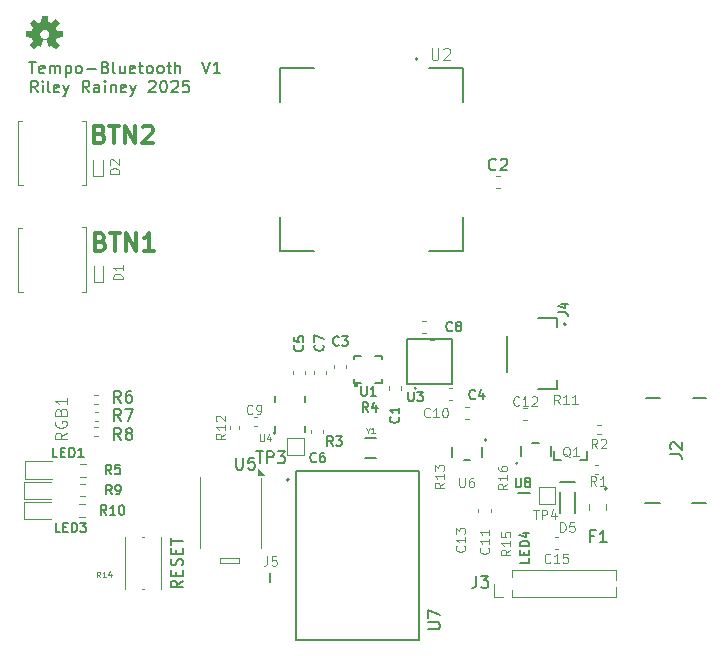
<source format=gbr>
%TF.GenerationSoftware,KiCad,Pcbnew,9.0.0-rc1*%
%TF.CreationDate,2025-02-03T21:42:01-06:00*%
%TF.ProjectId,tempo,74656d70-6f2e-46b6-9963-61645f706362,rev?*%
%TF.SameCoordinates,Original*%
%TF.FileFunction,Legend,Top*%
%TF.FilePolarity,Positive*%
%FSLAX46Y46*%
G04 Gerber Fmt 4.6, Leading zero omitted, Abs format (unit mm)*
G04 Created by KiCad (PCBNEW 9.0.0-rc1) date 2025-02-03 21:42:01*
%MOMM*%
%LPD*%
G01*
G04 APERTURE LIST*
%ADD10C,0.100000*%
%ADD11C,0.200000*%
%ADD12C,0.300000*%
%ADD13C,0.150000*%
%ADD14C,0.120000*%
%ADD15C,0.121920*%
%ADD16C,0.062500*%
%ADD17C,0.125000*%
%ADD18C,0.203200*%
%ADD19C,0.127000*%
%ADD20C,0.000000*%
%ADD21C,0.152400*%
G04 APERTURE END LIST*
D10*
X143285000Y-112165000D02*
X144885000Y-112165000D01*
X144885000Y-112615000D01*
X143285000Y-112615000D01*
X143285000Y-112165000D01*
D11*
X127111816Y-70147275D02*
X127683244Y-70147275D01*
X127397530Y-71147275D02*
X127397530Y-70147275D01*
X128397530Y-71099656D02*
X128302292Y-71147275D01*
X128302292Y-71147275D02*
X128111816Y-71147275D01*
X128111816Y-71147275D02*
X128016578Y-71099656D01*
X128016578Y-71099656D02*
X127968959Y-71004417D01*
X127968959Y-71004417D02*
X127968959Y-70623465D01*
X127968959Y-70623465D02*
X128016578Y-70528227D01*
X128016578Y-70528227D02*
X128111816Y-70480608D01*
X128111816Y-70480608D02*
X128302292Y-70480608D01*
X128302292Y-70480608D02*
X128397530Y-70528227D01*
X128397530Y-70528227D02*
X128445149Y-70623465D01*
X128445149Y-70623465D02*
X128445149Y-70718703D01*
X128445149Y-70718703D02*
X127968959Y-70813941D01*
X128873721Y-71147275D02*
X128873721Y-70480608D01*
X128873721Y-70575846D02*
X128921340Y-70528227D01*
X128921340Y-70528227D02*
X129016578Y-70480608D01*
X129016578Y-70480608D02*
X129159435Y-70480608D01*
X129159435Y-70480608D02*
X129254673Y-70528227D01*
X129254673Y-70528227D02*
X129302292Y-70623465D01*
X129302292Y-70623465D02*
X129302292Y-71147275D01*
X129302292Y-70623465D02*
X129349911Y-70528227D01*
X129349911Y-70528227D02*
X129445149Y-70480608D01*
X129445149Y-70480608D02*
X129588006Y-70480608D01*
X129588006Y-70480608D02*
X129683245Y-70528227D01*
X129683245Y-70528227D02*
X129730864Y-70623465D01*
X129730864Y-70623465D02*
X129730864Y-71147275D01*
X130207054Y-70480608D02*
X130207054Y-71480608D01*
X130207054Y-70528227D02*
X130302292Y-70480608D01*
X130302292Y-70480608D02*
X130492768Y-70480608D01*
X130492768Y-70480608D02*
X130588006Y-70528227D01*
X130588006Y-70528227D02*
X130635625Y-70575846D01*
X130635625Y-70575846D02*
X130683244Y-70671084D01*
X130683244Y-70671084D02*
X130683244Y-70956798D01*
X130683244Y-70956798D02*
X130635625Y-71052036D01*
X130635625Y-71052036D02*
X130588006Y-71099656D01*
X130588006Y-71099656D02*
X130492768Y-71147275D01*
X130492768Y-71147275D02*
X130302292Y-71147275D01*
X130302292Y-71147275D02*
X130207054Y-71099656D01*
X131254673Y-71147275D02*
X131159435Y-71099656D01*
X131159435Y-71099656D02*
X131111816Y-71052036D01*
X131111816Y-71052036D02*
X131064197Y-70956798D01*
X131064197Y-70956798D02*
X131064197Y-70671084D01*
X131064197Y-70671084D02*
X131111816Y-70575846D01*
X131111816Y-70575846D02*
X131159435Y-70528227D01*
X131159435Y-70528227D02*
X131254673Y-70480608D01*
X131254673Y-70480608D02*
X131397530Y-70480608D01*
X131397530Y-70480608D02*
X131492768Y-70528227D01*
X131492768Y-70528227D02*
X131540387Y-70575846D01*
X131540387Y-70575846D02*
X131588006Y-70671084D01*
X131588006Y-70671084D02*
X131588006Y-70956798D01*
X131588006Y-70956798D02*
X131540387Y-71052036D01*
X131540387Y-71052036D02*
X131492768Y-71099656D01*
X131492768Y-71099656D02*
X131397530Y-71147275D01*
X131397530Y-71147275D02*
X131254673Y-71147275D01*
X132016578Y-70766322D02*
X132778483Y-70766322D01*
X133588006Y-70623465D02*
X133730863Y-70671084D01*
X133730863Y-70671084D02*
X133778482Y-70718703D01*
X133778482Y-70718703D02*
X133826101Y-70813941D01*
X133826101Y-70813941D02*
X133826101Y-70956798D01*
X133826101Y-70956798D02*
X133778482Y-71052036D01*
X133778482Y-71052036D02*
X133730863Y-71099656D01*
X133730863Y-71099656D02*
X133635625Y-71147275D01*
X133635625Y-71147275D02*
X133254673Y-71147275D01*
X133254673Y-71147275D02*
X133254673Y-70147275D01*
X133254673Y-70147275D02*
X133588006Y-70147275D01*
X133588006Y-70147275D02*
X133683244Y-70194894D01*
X133683244Y-70194894D02*
X133730863Y-70242513D01*
X133730863Y-70242513D02*
X133778482Y-70337751D01*
X133778482Y-70337751D02*
X133778482Y-70432989D01*
X133778482Y-70432989D02*
X133730863Y-70528227D01*
X133730863Y-70528227D02*
X133683244Y-70575846D01*
X133683244Y-70575846D02*
X133588006Y-70623465D01*
X133588006Y-70623465D02*
X133254673Y-70623465D01*
X134397530Y-71147275D02*
X134302292Y-71099656D01*
X134302292Y-71099656D02*
X134254673Y-71004417D01*
X134254673Y-71004417D02*
X134254673Y-70147275D01*
X135207054Y-70480608D02*
X135207054Y-71147275D01*
X134778483Y-70480608D02*
X134778483Y-71004417D01*
X134778483Y-71004417D02*
X134826102Y-71099656D01*
X134826102Y-71099656D02*
X134921340Y-71147275D01*
X134921340Y-71147275D02*
X135064197Y-71147275D01*
X135064197Y-71147275D02*
X135159435Y-71099656D01*
X135159435Y-71099656D02*
X135207054Y-71052036D01*
X136064197Y-71099656D02*
X135968959Y-71147275D01*
X135968959Y-71147275D02*
X135778483Y-71147275D01*
X135778483Y-71147275D02*
X135683245Y-71099656D01*
X135683245Y-71099656D02*
X135635626Y-71004417D01*
X135635626Y-71004417D02*
X135635626Y-70623465D01*
X135635626Y-70623465D02*
X135683245Y-70528227D01*
X135683245Y-70528227D02*
X135778483Y-70480608D01*
X135778483Y-70480608D02*
X135968959Y-70480608D01*
X135968959Y-70480608D02*
X136064197Y-70528227D01*
X136064197Y-70528227D02*
X136111816Y-70623465D01*
X136111816Y-70623465D02*
X136111816Y-70718703D01*
X136111816Y-70718703D02*
X135635626Y-70813941D01*
X136397531Y-70480608D02*
X136778483Y-70480608D01*
X136540388Y-70147275D02*
X136540388Y-71004417D01*
X136540388Y-71004417D02*
X136588007Y-71099656D01*
X136588007Y-71099656D02*
X136683245Y-71147275D01*
X136683245Y-71147275D02*
X136778483Y-71147275D01*
X137254674Y-71147275D02*
X137159436Y-71099656D01*
X137159436Y-71099656D02*
X137111817Y-71052036D01*
X137111817Y-71052036D02*
X137064198Y-70956798D01*
X137064198Y-70956798D02*
X137064198Y-70671084D01*
X137064198Y-70671084D02*
X137111817Y-70575846D01*
X137111817Y-70575846D02*
X137159436Y-70528227D01*
X137159436Y-70528227D02*
X137254674Y-70480608D01*
X137254674Y-70480608D02*
X137397531Y-70480608D01*
X137397531Y-70480608D02*
X137492769Y-70528227D01*
X137492769Y-70528227D02*
X137540388Y-70575846D01*
X137540388Y-70575846D02*
X137588007Y-70671084D01*
X137588007Y-70671084D02*
X137588007Y-70956798D01*
X137588007Y-70956798D02*
X137540388Y-71052036D01*
X137540388Y-71052036D02*
X137492769Y-71099656D01*
X137492769Y-71099656D02*
X137397531Y-71147275D01*
X137397531Y-71147275D02*
X137254674Y-71147275D01*
X138159436Y-71147275D02*
X138064198Y-71099656D01*
X138064198Y-71099656D02*
X138016579Y-71052036D01*
X138016579Y-71052036D02*
X137968960Y-70956798D01*
X137968960Y-70956798D02*
X137968960Y-70671084D01*
X137968960Y-70671084D02*
X138016579Y-70575846D01*
X138016579Y-70575846D02*
X138064198Y-70528227D01*
X138064198Y-70528227D02*
X138159436Y-70480608D01*
X138159436Y-70480608D02*
X138302293Y-70480608D01*
X138302293Y-70480608D02*
X138397531Y-70528227D01*
X138397531Y-70528227D02*
X138445150Y-70575846D01*
X138445150Y-70575846D02*
X138492769Y-70671084D01*
X138492769Y-70671084D02*
X138492769Y-70956798D01*
X138492769Y-70956798D02*
X138445150Y-71052036D01*
X138445150Y-71052036D02*
X138397531Y-71099656D01*
X138397531Y-71099656D02*
X138302293Y-71147275D01*
X138302293Y-71147275D02*
X138159436Y-71147275D01*
X138778484Y-70480608D02*
X139159436Y-70480608D01*
X138921341Y-70147275D02*
X138921341Y-71004417D01*
X138921341Y-71004417D02*
X138968960Y-71099656D01*
X138968960Y-71099656D02*
X139064198Y-71147275D01*
X139064198Y-71147275D02*
X139159436Y-71147275D01*
X139492770Y-71147275D02*
X139492770Y-70147275D01*
X139921341Y-71147275D02*
X139921341Y-70623465D01*
X139921341Y-70623465D02*
X139873722Y-70528227D01*
X139873722Y-70528227D02*
X139778484Y-70480608D01*
X139778484Y-70480608D02*
X139635627Y-70480608D01*
X139635627Y-70480608D02*
X139540389Y-70528227D01*
X139540389Y-70528227D02*
X139492770Y-70575846D01*
X141778485Y-70147275D02*
X142111818Y-71147275D01*
X142111818Y-71147275D02*
X142445151Y-70147275D01*
X143302294Y-71147275D02*
X142730866Y-71147275D01*
X143016580Y-71147275D02*
X143016580Y-70147275D01*
X143016580Y-70147275D02*
X142921342Y-70290132D01*
X142921342Y-70290132D02*
X142826104Y-70385370D01*
X142826104Y-70385370D02*
X142730866Y-70432989D01*
X127826101Y-72757219D02*
X127492768Y-72281028D01*
X127254673Y-72757219D02*
X127254673Y-71757219D01*
X127254673Y-71757219D02*
X127635625Y-71757219D01*
X127635625Y-71757219D02*
X127730863Y-71804838D01*
X127730863Y-71804838D02*
X127778482Y-71852457D01*
X127778482Y-71852457D02*
X127826101Y-71947695D01*
X127826101Y-71947695D02*
X127826101Y-72090552D01*
X127826101Y-72090552D02*
X127778482Y-72185790D01*
X127778482Y-72185790D02*
X127730863Y-72233409D01*
X127730863Y-72233409D02*
X127635625Y-72281028D01*
X127635625Y-72281028D02*
X127254673Y-72281028D01*
X128254673Y-72757219D02*
X128254673Y-72090552D01*
X128254673Y-71757219D02*
X128207054Y-71804838D01*
X128207054Y-71804838D02*
X128254673Y-71852457D01*
X128254673Y-71852457D02*
X128302292Y-71804838D01*
X128302292Y-71804838D02*
X128254673Y-71757219D01*
X128254673Y-71757219D02*
X128254673Y-71852457D01*
X128873720Y-72757219D02*
X128778482Y-72709600D01*
X128778482Y-72709600D02*
X128730863Y-72614361D01*
X128730863Y-72614361D02*
X128730863Y-71757219D01*
X129635625Y-72709600D02*
X129540387Y-72757219D01*
X129540387Y-72757219D02*
X129349911Y-72757219D01*
X129349911Y-72757219D02*
X129254673Y-72709600D01*
X129254673Y-72709600D02*
X129207054Y-72614361D01*
X129207054Y-72614361D02*
X129207054Y-72233409D01*
X129207054Y-72233409D02*
X129254673Y-72138171D01*
X129254673Y-72138171D02*
X129349911Y-72090552D01*
X129349911Y-72090552D02*
X129540387Y-72090552D01*
X129540387Y-72090552D02*
X129635625Y-72138171D01*
X129635625Y-72138171D02*
X129683244Y-72233409D01*
X129683244Y-72233409D02*
X129683244Y-72328647D01*
X129683244Y-72328647D02*
X129207054Y-72423885D01*
X130016578Y-72090552D02*
X130254673Y-72757219D01*
X130492768Y-72090552D02*
X130254673Y-72757219D01*
X130254673Y-72757219D02*
X130159435Y-72995314D01*
X130159435Y-72995314D02*
X130111816Y-73042933D01*
X130111816Y-73042933D02*
X130016578Y-73090552D01*
X132207054Y-72757219D02*
X131873721Y-72281028D01*
X131635626Y-72757219D02*
X131635626Y-71757219D01*
X131635626Y-71757219D02*
X132016578Y-71757219D01*
X132016578Y-71757219D02*
X132111816Y-71804838D01*
X132111816Y-71804838D02*
X132159435Y-71852457D01*
X132159435Y-71852457D02*
X132207054Y-71947695D01*
X132207054Y-71947695D02*
X132207054Y-72090552D01*
X132207054Y-72090552D02*
X132159435Y-72185790D01*
X132159435Y-72185790D02*
X132111816Y-72233409D01*
X132111816Y-72233409D02*
X132016578Y-72281028D01*
X132016578Y-72281028D02*
X131635626Y-72281028D01*
X133064197Y-72757219D02*
X133064197Y-72233409D01*
X133064197Y-72233409D02*
X133016578Y-72138171D01*
X133016578Y-72138171D02*
X132921340Y-72090552D01*
X132921340Y-72090552D02*
X132730864Y-72090552D01*
X132730864Y-72090552D02*
X132635626Y-72138171D01*
X133064197Y-72709600D02*
X132968959Y-72757219D01*
X132968959Y-72757219D02*
X132730864Y-72757219D01*
X132730864Y-72757219D02*
X132635626Y-72709600D01*
X132635626Y-72709600D02*
X132588007Y-72614361D01*
X132588007Y-72614361D02*
X132588007Y-72519123D01*
X132588007Y-72519123D02*
X132635626Y-72423885D01*
X132635626Y-72423885D02*
X132730864Y-72376266D01*
X132730864Y-72376266D02*
X132968959Y-72376266D01*
X132968959Y-72376266D02*
X133064197Y-72328647D01*
X133540388Y-72757219D02*
X133540388Y-72090552D01*
X133540388Y-71757219D02*
X133492769Y-71804838D01*
X133492769Y-71804838D02*
X133540388Y-71852457D01*
X133540388Y-71852457D02*
X133588007Y-71804838D01*
X133588007Y-71804838D02*
X133540388Y-71757219D01*
X133540388Y-71757219D02*
X133540388Y-71852457D01*
X134016578Y-72090552D02*
X134016578Y-72757219D01*
X134016578Y-72185790D02*
X134064197Y-72138171D01*
X134064197Y-72138171D02*
X134159435Y-72090552D01*
X134159435Y-72090552D02*
X134302292Y-72090552D01*
X134302292Y-72090552D02*
X134397530Y-72138171D01*
X134397530Y-72138171D02*
X134445149Y-72233409D01*
X134445149Y-72233409D02*
X134445149Y-72757219D01*
X135302292Y-72709600D02*
X135207054Y-72757219D01*
X135207054Y-72757219D02*
X135016578Y-72757219D01*
X135016578Y-72757219D02*
X134921340Y-72709600D01*
X134921340Y-72709600D02*
X134873721Y-72614361D01*
X134873721Y-72614361D02*
X134873721Y-72233409D01*
X134873721Y-72233409D02*
X134921340Y-72138171D01*
X134921340Y-72138171D02*
X135016578Y-72090552D01*
X135016578Y-72090552D02*
X135207054Y-72090552D01*
X135207054Y-72090552D02*
X135302292Y-72138171D01*
X135302292Y-72138171D02*
X135349911Y-72233409D01*
X135349911Y-72233409D02*
X135349911Y-72328647D01*
X135349911Y-72328647D02*
X134873721Y-72423885D01*
X135683245Y-72090552D02*
X135921340Y-72757219D01*
X136159435Y-72090552D02*
X135921340Y-72757219D01*
X135921340Y-72757219D02*
X135826102Y-72995314D01*
X135826102Y-72995314D02*
X135778483Y-73042933D01*
X135778483Y-73042933D02*
X135683245Y-73090552D01*
X137254674Y-71852457D02*
X137302293Y-71804838D01*
X137302293Y-71804838D02*
X137397531Y-71757219D01*
X137397531Y-71757219D02*
X137635626Y-71757219D01*
X137635626Y-71757219D02*
X137730864Y-71804838D01*
X137730864Y-71804838D02*
X137778483Y-71852457D01*
X137778483Y-71852457D02*
X137826102Y-71947695D01*
X137826102Y-71947695D02*
X137826102Y-72042933D01*
X137826102Y-72042933D02*
X137778483Y-72185790D01*
X137778483Y-72185790D02*
X137207055Y-72757219D01*
X137207055Y-72757219D02*
X137826102Y-72757219D01*
X138445150Y-71757219D02*
X138540388Y-71757219D01*
X138540388Y-71757219D02*
X138635626Y-71804838D01*
X138635626Y-71804838D02*
X138683245Y-71852457D01*
X138683245Y-71852457D02*
X138730864Y-71947695D01*
X138730864Y-71947695D02*
X138778483Y-72138171D01*
X138778483Y-72138171D02*
X138778483Y-72376266D01*
X138778483Y-72376266D02*
X138730864Y-72566742D01*
X138730864Y-72566742D02*
X138683245Y-72661980D01*
X138683245Y-72661980D02*
X138635626Y-72709600D01*
X138635626Y-72709600D02*
X138540388Y-72757219D01*
X138540388Y-72757219D02*
X138445150Y-72757219D01*
X138445150Y-72757219D02*
X138349912Y-72709600D01*
X138349912Y-72709600D02*
X138302293Y-72661980D01*
X138302293Y-72661980D02*
X138254674Y-72566742D01*
X138254674Y-72566742D02*
X138207055Y-72376266D01*
X138207055Y-72376266D02*
X138207055Y-72138171D01*
X138207055Y-72138171D02*
X138254674Y-71947695D01*
X138254674Y-71947695D02*
X138302293Y-71852457D01*
X138302293Y-71852457D02*
X138349912Y-71804838D01*
X138349912Y-71804838D02*
X138445150Y-71757219D01*
X139159436Y-71852457D02*
X139207055Y-71804838D01*
X139207055Y-71804838D02*
X139302293Y-71757219D01*
X139302293Y-71757219D02*
X139540388Y-71757219D01*
X139540388Y-71757219D02*
X139635626Y-71804838D01*
X139635626Y-71804838D02*
X139683245Y-71852457D01*
X139683245Y-71852457D02*
X139730864Y-71947695D01*
X139730864Y-71947695D02*
X139730864Y-72042933D01*
X139730864Y-72042933D02*
X139683245Y-72185790D01*
X139683245Y-72185790D02*
X139111817Y-72757219D01*
X139111817Y-72757219D02*
X139730864Y-72757219D01*
X140635626Y-71757219D02*
X140159436Y-71757219D01*
X140159436Y-71757219D02*
X140111817Y-72233409D01*
X140111817Y-72233409D02*
X140159436Y-72185790D01*
X140159436Y-72185790D02*
X140254674Y-72138171D01*
X140254674Y-72138171D02*
X140492769Y-72138171D01*
X140492769Y-72138171D02*
X140588007Y-72185790D01*
X140588007Y-72185790D02*
X140635626Y-72233409D01*
X140635626Y-72233409D02*
X140683245Y-72328647D01*
X140683245Y-72328647D02*
X140683245Y-72566742D01*
X140683245Y-72566742D02*
X140635626Y-72661980D01*
X140635626Y-72661980D02*
X140588007Y-72709600D01*
X140588007Y-72709600D02*
X140492769Y-72757219D01*
X140492769Y-72757219D02*
X140254674Y-72757219D01*
X140254674Y-72757219D02*
X140159436Y-72709600D01*
X140159436Y-72709600D02*
X140111817Y-72661980D01*
D12*
X133114510Y-76280114D02*
X133328796Y-76351542D01*
X133328796Y-76351542D02*
X133400225Y-76422971D01*
X133400225Y-76422971D02*
X133471653Y-76565828D01*
X133471653Y-76565828D02*
X133471653Y-76780114D01*
X133471653Y-76780114D02*
X133400225Y-76922971D01*
X133400225Y-76922971D02*
X133328796Y-76994400D01*
X133328796Y-76994400D02*
X133185939Y-77065828D01*
X133185939Y-77065828D02*
X132614510Y-77065828D01*
X132614510Y-77065828D02*
X132614510Y-75565828D01*
X132614510Y-75565828D02*
X133114510Y-75565828D01*
X133114510Y-75565828D02*
X133257368Y-75637257D01*
X133257368Y-75637257D02*
X133328796Y-75708685D01*
X133328796Y-75708685D02*
X133400225Y-75851542D01*
X133400225Y-75851542D02*
X133400225Y-75994400D01*
X133400225Y-75994400D02*
X133328796Y-76137257D01*
X133328796Y-76137257D02*
X133257368Y-76208685D01*
X133257368Y-76208685D02*
X133114510Y-76280114D01*
X133114510Y-76280114D02*
X132614510Y-76280114D01*
X133900225Y-75565828D02*
X134757368Y-75565828D01*
X134328796Y-77065828D02*
X134328796Y-75565828D01*
X135257367Y-77065828D02*
X135257367Y-75565828D01*
X135257367Y-75565828D02*
X136114510Y-77065828D01*
X136114510Y-77065828D02*
X136114510Y-75565828D01*
X136757368Y-75708685D02*
X136828796Y-75637257D01*
X136828796Y-75637257D02*
X136971654Y-75565828D01*
X136971654Y-75565828D02*
X137328796Y-75565828D01*
X137328796Y-75565828D02*
X137471654Y-75637257D01*
X137471654Y-75637257D02*
X137543082Y-75708685D01*
X137543082Y-75708685D02*
X137614511Y-75851542D01*
X137614511Y-75851542D02*
X137614511Y-75994400D01*
X137614511Y-75994400D02*
X137543082Y-76208685D01*
X137543082Y-76208685D02*
X136685939Y-77065828D01*
X136685939Y-77065828D02*
X137614511Y-77065828D01*
X133164510Y-85405114D02*
X133378796Y-85476542D01*
X133378796Y-85476542D02*
X133450225Y-85547971D01*
X133450225Y-85547971D02*
X133521653Y-85690828D01*
X133521653Y-85690828D02*
X133521653Y-85905114D01*
X133521653Y-85905114D02*
X133450225Y-86047971D01*
X133450225Y-86047971D02*
X133378796Y-86119400D01*
X133378796Y-86119400D02*
X133235939Y-86190828D01*
X133235939Y-86190828D02*
X132664510Y-86190828D01*
X132664510Y-86190828D02*
X132664510Y-84690828D01*
X132664510Y-84690828D02*
X133164510Y-84690828D01*
X133164510Y-84690828D02*
X133307368Y-84762257D01*
X133307368Y-84762257D02*
X133378796Y-84833685D01*
X133378796Y-84833685D02*
X133450225Y-84976542D01*
X133450225Y-84976542D02*
X133450225Y-85119400D01*
X133450225Y-85119400D02*
X133378796Y-85262257D01*
X133378796Y-85262257D02*
X133307368Y-85333685D01*
X133307368Y-85333685D02*
X133164510Y-85405114D01*
X133164510Y-85405114D02*
X132664510Y-85405114D01*
X133950225Y-84690828D02*
X134807368Y-84690828D01*
X134378796Y-86190828D02*
X134378796Y-84690828D01*
X135307367Y-86190828D02*
X135307367Y-84690828D01*
X135307367Y-84690828D02*
X136164510Y-86190828D01*
X136164510Y-86190828D02*
X136164510Y-84690828D01*
X137664511Y-86190828D02*
X136807368Y-86190828D01*
X137235939Y-86190828D02*
X137235939Y-84690828D01*
X137235939Y-84690828D02*
X137093082Y-84905114D01*
X137093082Y-84905114D02*
X136950225Y-85047971D01*
X136950225Y-85047971D02*
X136807368Y-85119400D01*
D10*
X146026667Y-99928704D02*
X145988571Y-99966800D01*
X145988571Y-99966800D02*
X145874286Y-100004895D01*
X145874286Y-100004895D02*
X145798095Y-100004895D01*
X145798095Y-100004895D02*
X145683809Y-99966800D01*
X145683809Y-99966800D02*
X145607619Y-99890609D01*
X145607619Y-99890609D02*
X145569524Y-99814419D01*
X145569524Y-99814419D02*
X145531428Y-99662038D01*
X145531428Y-99662038D02*
X145531428Y-99547752D01*
X145531428Y-99547752D02*
X145569524Y-99395371D01*
X145569524Y-99395371D02*
X145607619Y-99319180D01*
X145607619Y-99319180D02*
X145683809Y-99242990D01*
X145683809Y-99242990D02*
X145798095Y-99204895D01*
X145798095Y-99204895D02*
X145874286Y-99204895D01*
X145874286Y-99204895D02*
X145988571Y-99242990D01*
X145988571Y-99242990D02*
X146026667Y-99281085D01*
X146407619Y-100004895D02*
X146560000Y-100004895D01*
X146560000Y-100004895D02*
X146636190Y-99966800D01*
X146636190Y-99966800D02*
X146674286Y-99928704D01*
X146674286Y-99928704D02*
X146750476Y-99814419D01*
X146750476Y-99814419D02*
X146788571Y-99662038D01*
X146788571Y-99662038D02*
X146788571Y-99357276D01*
X146788571Y-99357276D02*
X146750476Y-99281085D01*
X146750476Y-99281085D02*
X146712381Y-99242990D01*
X146712381Y-99242990D02*
X146636190Y-99204895D01*
X146636190Y-99204895D02*
X146483809Y-99204895D01*
X146483809Y-99204895D02*
X146407619Y-99242990D01*
X146407619Y-99242990D02*
X146369524Y-99281085D01*
X146369524Y-99281085D02*
X146331428Y-99357276D01*
X146331428Y-99357276D02*
X146331428Y-99547752D01*
X146331428Y-99547752D02*
X146369524Y-99623942D01*
X146369524Y-99623942D02*
X146407619Y-99662038D01*
X146407619Y-99662038D02*
X146483809Y-99700133D01*
X146483809Y-99700133D02*
X146636190Y-99700133D01*
X146636190Y-99700133D02*
X146712381Y-99662038D01*
X146712381Y-99662038D02*
X146750476Y-99623942D01*
X146750476Y-99623942D02*
X146788571Y-99547752D01*
D13*
X162926667Y-92901103D02*
X162888571Y-92939199D01*
X162888571Y-92939199D02*
X162774286Y-92977294D01*
X162774286Y-92977294D02*
X162698095Y-92977294D01*
X162698095Y-92977294D02*
X162583809Y-92939199D01*
X162583809Y-92939199D02*
X162507619Y-92863008D01*
X162507619Y-92863008D02*
X162469524Y-92786818D01*
X162469524Y-92786818D02*
X162431428Y-92634437D01*
X162431428Y-92634437D02*
X162431428Y-92520151D01*
X162431428Y-92520151D02*
X162469524Y-92367770D01*
X162469524Y-92367770D02*
X162507619Y-92291579D01*
X162507619Y-92291579D02*
X162583809Y-92215389D01*
X162583809Y-92215389D02*
X162698095Y-92177294D01*
X162698095Y-92177294D02*
X162774286Y-92177294D01*
X162774286Y-92177294D02*
X162888571Y-92215389D01*
X162888571Y-92215389D02*
X162926667Y-92253484D01*
X163383809Y-92520151D02*
X163307619Y-92482056D01*
X163307619Y-92482056D02*
X163269524Y-92443960D01*
X163269524Y-92443960D02*
X163231428Y-92367770D01*
X163231428Y-92367770D02*
X163231428Y-92329675D01*
X163231428Y-92329675D02*
X163269524Y-92253484D01*
X163269524Y-92253484D02*
X163307619Y-92215389D01*
X163307619Y-92215389D02*
X163383809Y-92177294D01*
X163383809Y-92177294D02*
X163536190Y-92177294D01*
X163536190Y-92177294D02*
X163612381Y-92215389D01*
X163612381Y-92215389D02*
X163650476Y-92253484D01*
X163650476Y-92253484D02*
X163688571Y-92329675D01*
X163688571Y-92329675D02*
X163688571Y-92367770D01*
X163688571Y-92367770D02*
X163650476Y-92443960D01*
X163650476Y-92443960D02*
X163612381Y-92482056D01*
X163612381Y-92482056D02*
X163536190Y-92520151D01*
X163536190Y-92520151D02*
X163383809Y-92520151D01*
X163383809Y-92520151D02*
X163307619Y-92558246D01*
X163307619Y-92558246D02*
X163269524Y-92596341D01*
X163269524Y-92596341D02*
X163231428Y-92672532D01*
X163231428Y-92672532D02*
X163231428Y-92824913D01*
X163231428Y-92824913D02*
X163269524Y-92901103D01*
X163269524Y-92901103D02*
X163307619Y-92939199D01*
X163307619Y-92939199D02*
X163383809Y-92977294D01*
X163383809Y-92977294D02*
X163536190Y-92977294D01*
X163536190Y-92977294D02*
X163612381Y-92939199D01*
X163612381Y-92939199D02*
X163650476Y-92901103D01*
X163650476Y-92901103D02*
X163688571Y-92824913D01*
X163688571Y-92824913D02*
X163688571Y-92672532D01*
X163688571Y-92672532D02*
X163650476Y-92596341D01*
X163650476Y-92596341D02*
X163612381Y-92558246D01*
X163612381Y-92558246D02*
X163536190Y-92520151D01*
D10*
X171245714Y-112528704D02*
X171207618Y-112566800D01*
X171207618Y-112566800D02*
X171093333Y-112604895D01*
X171093333Y-112604895D02*
X171017142Y-112604895D01*
X171017142Y-112604895D02*
X170902856Y-112566800D01*
X170902856Y-112566800D02*
X170826666Y-112490609D01*
X170826666Y-112490609D02*
X170788571Y-112414419D01*
X170788571Y-112414419D02*
X170750475Y-112262038D01*
X170750475Y-112262038D02*
X170750475Y-112147752D01*
X170750475Y-112147752D02*
X170788571Y-111995371D01*
X170788571Y-111995371D02*
X170826666Y-111919180D01*
X170826666Y-111919180D02*
X170902856Y-111842990D01*
X170902856Y-111842990D02*
X171017142Y-111804895D01*
X171017142Y-111804895D02*
X171093333Y-111804895D01*
X171093333Y-111804895D02*
X171207618Y-111842990D01*
X171207618Y-111842990D02*
X171245714Y-111881085D01*
X172007618Y-112604895D02*
X171550475Y-112604895D01*
X171779047Y-112604895D02*
X171779047Y-111804895D01*
X171779047Y-111804895D02*
X171702856Y-111919180D01*
X171702856Y-111919180D02*
X171626666Y-111995371D01*
X171626666Y-111995371D02*
X171550475Y-112033466D01*
X172731428Y-111804895D02*
X172350476Y-111804895D01*
X172350476Y-111804895D02*
X172312380Y-112185847D01*
X172312380Y-112185847D02*
X172350476Y-112147752D01*
X172350476Y-112147752D02*
X172426666Y-112109657D01*
X172426666Y-112109657D02*
X172617142Y-112109657D01*
X172617142Y-112109657D02*
X172693333Y-112147752D01*
X172693333Y-112147752D02*
X172731428Y-112185847D01*
X172731428Y-112185847D02*
X172769523Y-112262038D01*
X172769523Y-112262038D02*
X172769523Y-112452514D01*
X172769523Y-112452514D02*
X172731428Y-112528704D01*
X172731428Y-112528704D02*
X172693333Y-112566800D01*
X172693333Y-112566800D02*
X172617142Y-112604895D01*
X172617142Y-112604895D02*
X172426666Y-112604895D01*
X172426666Y-112604895D02*
X172350476Y-112566800D01*
X172350476Y-112566800D02*
X172312380Y-112528704D01*
X161045714Y-100203704D02*
X161007618Y-100241800D01*
X161007618Y-100241800D02*
X160893333Y-100279895D01*
X160893333Y-100279895D02*
X160817142Y-100279895D01*
X160817142Y-100279895D02*
X160702856Y-100241800D01*
X160702856Y-100241800D02*
X160626666Y-100165609D01*
X160626666Y-100165609D02*
X160588571Y-100089419D01*
X160588571Y-100089419D02*
X160550475Y-99937038D01*
X160550475Y-99937038D02*
X160550475Y-99822752D01*
X160550475Y-99822752D02*
X160588571Y-99670371D01*
X160588571Y-99670371D02*
X160626666Y-99594180D01*
X160626666Y-99594180D02*
X160702856Y-99517990D01*
X160702856Y-99517990D02*
X160817142Y-99479895D01*
X160817142Y-99479895D02*
X160893333Y-99479895D01*
X160893333Y-99479895D02*
X161007618Y-99517990D01*
X161007618Y-99517990D02*
X161045714Y-99556085D01*
X161807618Y-100279895D02*
X161350475Y-100279895D01*
X161579047Y-100279895D02*
X161579047Y-99479895D01*
X161579047Y-99479895D02*
X161502856Y-99594180D01*
X161502856Y-99594180D02*
X161426666Y-99670371D01*
X161426666Y-99670371D02*
X161350475Y-99708466D01*
X162302857Y-99479895D02*
X162379047Y-99479895D01*
X162379047Y-99479895D02*
X162455238Y-99517990D01*
X162455238Y-99517990D02*
X162493333Y-99556085D01*
X162493333Y-99556085D02*
X162531428Y-99632276D01*
X162531428Y-99632276D02*
X162569523Y-99784657D01*
X162569523Y-99784657D02*
X162569523Y-99975133D01*
X162569523Y-99975133D02*
X162531428Y-100127514D01*
X162531428Y-100127514D02*
X162493333Y-100203704D01*
X162493333Y-100203704D02*
X162455238Y-100241800D01*
X162455238Y-100241800D02*
X162379047Y-100279895D01*
X162379047Y-100279895D02*
X162302857Y-100279895D01*
X162302857Y-100279895D02*
X162226666Y-100241800D01*
X162226666Y-100241800D02*
X162188571Y-100203704D01*
X162188571Y-100203704D02*
X162150476Y-100127514D01*
X162150476Y-100127514D02*
X162112380Y-99975133D01*
X162112380Y-99975133D02*
X162112380Y-99784657D01*
X162112380Y-99784657D02*
X162150476Y-99632276D01*
X162150476Y-99632276D02*
X162188571Y-99556085D01*
X162188571Y-99556085D02*
X162226666Y-99517990D01*
X162226666Y-99517990D02*
X162302857Y-99479895D01*
X147294836Y-112036895D02*
X147294836Y-112608323D01*
X147294836Y-112608323D02*
X147256741Y-112722609D01*
X147256741Y-112722609D02*
X147180550Y-112798800D01*
X147180550Y-112798800D02*
X147066265Y-112836895D01*
X147066265Y-112836895D02*
X146990074Y-112836895D01*
X148056741Y-112036895D02*
X147675789Y-112036895D01*
X147675789Y-112036895D02*
X147637693Y-112417847D01*
X147637693Y-112417847D02*
X147675789Y-112379752D01*
X147675789Y-112379752D02*
X147751979Y-112341657D01*
X147751979Y-112341657D02*
X147942455Y-112341657D01*
X147942455Y-112341657D02*
X148018646Y-112379752D01*
X148018646Y-112379752D02*
X148056741Y-112417847D01*
X148056741Y-112417847D02*
X148094836Y-112494038D01*
X148094836Y-112494038D02*
X148094836Y-112684514D01*
X148094836Y-112684514D02*
X148056741Y-112760704D01*
X148056741Y-112760704D02*
X148018646Y-112798800D01*
X148018646Y-112798800D02*
X147942455Y-112836895D01*
X147942455Y-112836895D02*
X147751979Y-112836895D01*
X147751979Y-112836895D02*
X147675789Y-112798800D01*
X147675789Y-112798800D02*
X147637693Y-112760704D01*
X175226667Y-102874895D02*
X174960000Y-102493942D01*
X174769524Y-102874895D02*
X174769524Y-102074895D01*
X174769524Y-102074895D02*
X175074286Y-102074895D01*
X175074286Y-102074895D02*
X175150476Y-102112990D01*
X175150476Y-102112990D02*
X175188571Y-102151085D01*
X175188571Y-102151085D02*
X175226667Y-102227276D01*
X175226667Y-102227276D02*
X175226667Y-102341561D01*
X175226667Y-102341561D02*
X175188571Y-102417752D01*
X175188571Y-102417752D02*
X175150476Y-102455847D01*
X175150476Y-102455847D02*
X175074286Y-102493942D01*
X175074286Y-102493942D02*
X174769524Y-102493942D01*
X175531428Y-102151085D02*
X175569524Y-102112990D01*
X175569524Y-102112990D02*
X175645714Y-102074895D01*
X175645714Y-102074895D02*
X175836190Y-102074895D01*
X175836190Y-102074895D02*
X175912381Y-102112990D01*
X175912381Y-102112990D02*
X175950476Y-102151085D01*
X175950476Y-102151085D02*
X175988571Y-102227276D01*
X175988571Y-102227276D02*
X175988571Y-102303466D01*
X175988571Y-102303466D02*
X175950476Y-102417752D01*
X175950476Y-102417752D02*
X175493333Y-102874895D01*
X175493333Y-102874895D02*
X175988571Y-102874895D01*
D13*
X134101667Y-106802295D02*
X133835000Y-106421342D01*
X133644524Y-106802295D02*
X133644524Y-106002295D01*
X133644524Y-106002295D02*
X133949286Y-106002295D01*
X133949286Y-106002295D02*
X134025476Y-106040390D01*
X134025476Y-106040390D02*
X134063571Y-106078485D01*
X134063571Y-106078485D02*
X134101667Y-106154676D01*
X134101667Y-106154676D02*
X134101667Y-106268961D01*
X134101667Y-106268961D02*
X134063571Y-106345152D01*
X134063571Y-106345152D02*
X134025476Y-106383247D01*
X134025476Y-106383247D02*
X133949286Y-106421342D01*
X133949286Y-106421342D02*
X133644524Y-106421342D01*
X134482619Y-106802295D02*
X134635000Y-106802295D01*
X134635000Y-106802295D02*
X134711190Y-106764200D01*
X134711190Y-106764200D02*
X134749286Y-106726104D01*
X134749286Y-106726104D02*
X134825476Y-106611819D01*
X134825476Y-106611819D02*
X134863571Y-106459438D01*
X134863571Y-106459438D02*
X134863571Y-106154676D01*
X134863571Y-106154676D02*
X134825476Y-106078485D01*
X134825476Y-106078485D02*
X134787381Y-106040390D01*
X134787381Y-106040390D02*
X134711190Y-106002295D01*
X134711190Y-106002295D02*
X134558809Y-106002295D01*
X134558809Y-106002295D02*
X134482619Y-106040390D01*
X134482619Y-106040390D02*
X134444524Y-106078485D01*
X134444524Y-106078485D02*
X134406428Y-106154676D01*
X134406428Y-106154676D02*
X134406428Y-106345152D01*
X134406428Y-106345152D02*
X134444524Y-106421342D01*
X134444524Y-106421342D02*
X134482619Y-106459438D01*
X134482619Y-106459438D02*
X134558809Y-106497533D01*
X134558809Y-106497533D02*
X134711190Y-106497533D01*
X134711190Y-106497533D02*
X134787381Y-106459438D01*
X134787381Y-106459438D02*
X134825476Y-106421342D01*
X134825476Y-106421342D02*
X134863571Y-106345152D01*
D10*
X163534687Y-105372895D02*
X163534687Y-106020514D01*
X163534687Y-106020514D02*
X163572782Y-106096704D01*
X163572782Y-106096704D02*
X163610877Y-106134800D01*
X163610877Y-106134800D02*
X163687068Y-106172895D01*
X163687068Y-106172895D02*
X163839449Y-106172895D01*
X163839449Y-106172895D02*
X163915639Y-106134800D01*
X163915639Y-106134800D02*
X163953734Y-106096704D01*
X163953734Y-106096704D02*
X163991830Y-106020514D01*
X163991830Y-106020514D02*
X163991830Y-105372895D01*
X164715639Y-105372895D02*
X164563258Y-105372895D01*
X164563258Y-105372895D02*
X164487067Y-105410990D01*
X164487067Y-105410990D02*
X164448972Y-105449085D01*
X164448972Y-105449085D02*
X164372782Y-105563371D01*
X164372782Y-105563371D02*
X164334686Y-105715752D01*
X164334686Y-105715752D02*
X164334686Y-106020514D01*
X164334686Y-106020514D02*
X164372782Y-106096704D01*
X164372782Y-106096704D02*
X164410877Y-106134800D01*
X164410877Y-106134800D02*
X164487067Y-106172895D01*
X164487067Y-106172895D02*
X164639448Y-106172895D01*
X164639448Y-106172895D02*
X164715639Y-106134800D01*
X164715639Y-106134800D02*
X164753734Y-106096704D01*
X164753734Y-106096704D02*
X164791829Y-106020514D01*
X164791829Y-106020514D02*
X164791829Y-105830038D01*
X164791829Y-105830038D02*
X164753734Y-105753847D01*
X164753734Y-105753847D02*
X164715639Y-105715752D01*
X164715639Y-105715752D02*
X164639448Y-105677657D01*
X164639448Y-105677657D02*
X164487067Y-105677657D01*
X164487067Y-105677657D02*
X164410877Y-105715752D01*
X164410877Y-105715752D02*
X164372782Y-105753847D01*
X164372782Y-105753847D02*
X164334686Y-105830038D01*
D13*
X134081667Y-105092295D02*
X133815000Y-104711342D01*
X133624524Y-105092295D02*
X133624524Y-104292295D01*
X133624524Y-104292295D02*
X133929286Y-104292295D01*
X133929286Y-104292295D02*
X134005476Y-104330390D01*
X134005476Y-104330390D02*
X134043571Y-104368485D01*
X134043571Y-104368485D02*
X134081667Y-104444676D01*
X134081667Y-104444676D02*
X134081667Y-104558961D01*
X134081667Y-104558961D02*
X134043571Y-104635152D01*
X134043571Y-104635152D02*
X134005476Y-104673247D01*
X134005476Y-104673247D02*
X133929286Y-104711342D01*
X133929286Y-104711342D02*
X133624524Y-104711342D01*
X134805476Y-104292295D02*
X134424524Y-104292295D01*
X134424524Y-104292295D02*
X134386428Y-104673247D01*
X134386428Y-104673247D02*
X134424524Y-104635152D01*
X134424524Y-104635152D02*
X134500714Y-104597057D01*
X134500714Y-104597057D02*
X134691190Y-104597057D01*
X134691190Y-104597057D02*
X134767381Y-104635152D01*
X134767381Y-104635152D02*
X134805476Y-104673247D01*
X134805476Y-104673247D02*
X134843571Y-104749438D01*
X134843571Y-104749438D02*
X134843571Y-104939914D01*
X134843571Y-104939914D02*
X134805476Y-105016104D01*
X134805476Y-105016104D02*
X134767381Y-105054200D01*
X134767381Y-105054200D02*
X134691190Y-105092295D01*
X134691190Y-105092295D02*
X134500714Y-105092295D01*
X134500714Y-105092295D02*
X134424524Y-105054200D01*
X134424524Y-105054200D02*
X134386428Y-105016104D01*
X144648095Y-103694819D02*
X144648095Y-104504342D01*
X144648095Y-104504342D02*
X144695714Y-104599580D01*
X144695714Y-104599580D02*
X144743333Y-104647200D01*
X144743333Y-104647200D02*
X144838571Y-104694819D01*
X144838571Y-104694819D02*
X145029047Y-104694819D01*
X145029047Y-104694819D02*
X145124285Y-104647200D01*
X145124285Y-104647200D02*
X145171904Y-104599580D01*
X145171904Y-104599580D02*
X145219523Y-104504342D01*
X145219523Y-104504342D02*
X145219523Y-103694819D01*
X146171904Y-103694819D02*
X145695714Y-103694819D01*
X145695714Y-103694819D02*
X145648095Y-104171009D01*
X145648095Y-104171009D02*
X145695714Y-104123390D01*
X145695714Y-104123390D02*
X145790952Y-104075771D01*
X145790952Y-104075771D02*
X146029047Y-104075771D01*
X146029047Y-104075771D02*
X146124285Y-104123390D01*
X146124285Y-104123390D02*
X146171904Y-104171009D01*
X146171904Y-104171009D02*
X146219523Y-104266247D01*
X146219523Y-104266247D02*
X146219523Y-104504342D01*
X146219523Y-104504342D02*
X146171904Y-104599580D01*
X146171904Y-104599580D02*
X146124285Y-104647200D01*
X146124285Y-104647200D02*
X146029047Y-104694819D01*
X146029047Y-104694819D02*
X145790952Y-104694819D01*
X145790952Y-104694819D02*
X145695714Y-104647200D01*
X145695714Y-104647200D02*
X145648095Y-104599580D01*
X171915295Y-91391065D02*
X172486723Y-91391065D01*
X172486723Y-91391065D02*
X172601009Y-91429160D01*
X172601009Y-91429160D02*
X172677200Y-91505351D01*
X172677200Y-91505351D02*
X172715295Y-91619636D01*
X172715295Y-91619636D02*
X172715295Y-91695827D01*
X172181961Y-90667255D02*
X172715295Y-90667255D01*
X171877200Y-90857731D02*
X172448628Y-91048208D01*
X172448628Y-91048208D02*
X172448628Y-90552969D01*
D10*
X172094524Y-109961895D02*
X172094524Y-109161895D01*
X172094524Y-109161895D02*
X172285000Y-109161895D01*
X172285000Y-109161895D02*
X172399286Y-109199990D01*
X172399286Y-109199990D02*
X172475476Y-109276180D01*
X172475476Y-109276180D02*
X172513571Y-109352371D01*
X172513571Y-109352371D02*
X172551667Y-109504752D01*
X172551667Y-109504752D02*
X172551667Y-109619038D01*
X172551667Y-109619038D02*
X172513571Y-109771419D01*
X172513571Y-109771419D02*
X172475476Y-109847609D01*
X172475476Y-109847609D02*
X172399286Y-109923800D01*
X172399286Y-109923800D02*
X172285000Y-109961895D01*
X172285000Y-109961895D02*
X172094524Y-109961895D01*
X173275476Y-109161895D02*
X172894524Y-109161895D01*
X172894524Y-109161895D02*
X172856428Y-109542847D01*
X172856428Y-109542847D02*
X172894524Y-109504752D01*
X172894524Y-109504752D02*
X172970714Y-109466657D01*
X172970714Y-109466657D02*
X173161190Y-109466657D01*
X173161190Y-109466657D02*
X173237381Y-109504752D01*
X173237381Y-109504752D02*
X173275476Y-109542847D01*
X173275476Y-109542847D02*
X173313571Y-109619038D01*
X173313571Y-109619038D02*
X173313571Y-109809514D01*
X173313571Y-109809514D02*
X173275476Y-109885704D01*
X173275476Y-109885704D02*
X173237381Y-109923800D01*
X173237381Y-109923800D02*
X173161190Y-109961895D01*
X173161190Y-109961895D02*
X172970714Y-109961895D01*
X172970714Y-109961895D02*
X172894524Y-109923800D01*
X172894524Y-109923800D02*
X172856428Y-109885704D01*
D13*
X146348095Y-103144819D02*
X146919523Y-103144819D01*
X146633809Y-104144819D02*
X146633809Y-103144819D01*
X147252857Y-104144819D02*
X147252857Y-103144819D01*
X147252857Y-103144819D02*
X147633809Y-103144819D01*
X147633809Y-103144819D02*
X147729047Y-103192438D01*
X147729047Y-103192438D02*
X147776666Y-103240057D01*
X147776666Y-103240057D02*
X147824285Y-103335295D01*
X147824285Y-103335295D02*
X147824285Y-103478152D01*
X147824285Y-103478152D02*
X147776666Y-103573390D01*
X147776666Y-103573390D02*
X147729047Y-103621009D01*
X147729047Y-103621009D02*
X147633809Y-103668628D01*
X147633809Y-103668628D02*
X147252857Y-103668628D01*
X148157619Y-103144819D02*
X148776666Y-103144819D01*
X148776666Y-103144819D02*
X148443333Y-103525771D01*
X148443333Y-103525771D02*
X148586190Y-103525771D01*
X148586190Y-103525771D02*
X148681428Y-103573390D01*
X148681428Y-103573390D02*
X148729047Y-103621009D01*
X148729047Y-103621009D02*
X148776666Y-103716247D01*
X148776666Y-103716247D02*
X148776666Y-103954342D01*
X148776666Y-103954342D02*
X148729047Y-104049580D01*
X148729047Y-104049580D02*
X148681428Y-104097200D01*
X148681428Y-104097200D02*
X148586190Y-104144819D01*
X148586190Y-104144819D02*
X148300476Y-104144819D01*
X148300476Y-104144819D02*
X148205238Y-104097200D01*
X148205238Y-104097200D02*
X148157619Y-104049580D01*
X166643333Y-79269580D02*
X166595714Y-79317200D01*
X166595714Y-79317200D02*
X166452857Y-79364819D01*
X166452857Y-79364819D02*
X166357619Y-79364819D01*
X166357619Y-79364819D02*
X166214762Y-79317200D01*
X166214762Y-79317200D02*
X166119524Y-79221961D01*
X166119524Y-79221961D02*
X166071905Y-79126723D01*
X166071905Y-79126723D02*
X166024286Y-78936247D01*
X166024286Y-78936247D02*
X166024286Y-78793390D01*
X166024286Y-78793390D02*
X166071905Y-78602914D01*
X166071905Y-78602914D02*
X166119524Y-78507676D01*
X166119524Y-78507676D02*
X166214762Y-78412438D01*
X166214762Y-78412438D02*
X166357619Y-78364819D01*
X166357619Y-78364819D02*
X166452857Y-78364819D01*
X166452857Y-78364819D02*
X166595714Y-78412438D01*
X166595714Y-78412438D02*
X166643333Y-78460057D01*
X167024286Y-78460057D02*
X167071905Y-78412438D01*
X167071905Y-78412438D02*
X167167143Y-78364819D01*
X167167143Y-78364819D02*
X167405238Y-78364819D01*
X167405238Y-78364819D02*
X167500476Y-78412438D01*
X167500476Y-78412438D02*
X167548095Y-78460057D01*
X167548095Y-78460057D02*
X167595714Y-78555295D01*
X167595714Y-78555295D02*
X167595714Y-78650533D01*
X167595714Y-78650533D02*
X167548095Y-78793390D01*
X167548095Y-78793390D02*
X166976667Y-79364819D01*
X166976667Y-79364819D02*
X167595714Y-79364819D01*
D10*
X134724895Y-79652975D02*
X133924895Y-79652975D01*
X133924895Y-79652975D02*
X133924895Y-79462499D01*
X133924895Y-79462499D02*
X133962990Y-79348213D01*
X133962990Y-79348213D02*
X134039180Y-79272023D01*
X134039180Y-79272023D02*
X134115371Y-79233928D01*
X134115371Y-79233928D02*
X134267752Y-79195832D01*
X134267752Y-79195832D02*
X134382038Y-79195832D01*
X134382038Y-79195832D02*
X134534419Y-79233928D01*
X134534419Y-79233928D02*
X134610609Y-79272023D01*
X134610609Y-79272023D02*
X134686800Y-79348213D01*
X134686800Y-79348213D02*
X134724895Y-79462499D01*
X134724895Y-79462499D02*
X134724895Y-79652975D01*
X134001085Y-78891071D02*
X133962990Y-78852975D01*
X133962990Y-78852975D02*
X133924895Y-78776785D01*
X133924895Y-78776785D02*
X133924895Y-78586309D01*
X133924895Y-78586309D02*
X133962990Y-78510118D01*
X133962990Y-78510118D02*
X134001085Y-78472023D01*
X134001085Y-78472023D02*
X134077276Y-78433928D01*
X134077276Y-78433928D02*
X134153466Y-78433928D01*
X134153466Y-78433928D02*
X134267752Y-78472023D01*
X134267752Y-78472023D02*
X134724895Y-78929166D01*
X134724895Y-78929166D02*
X134724895Y-78433928D01*
D14*
X146652857Y-101711331D02*
X146652857Y-102197045D01*
X146652857Y-102197045D02*
X146681428Y-102254188D01*
X146681428Y-102254188D02*
X146710000Y-102282760D01*
X146710000Y-102282760D02*
X146767142Y-102311331D01*
X146767142Y-102311331D02*
X146881428Y-102311331D01*
X146881428Y-102311331D02*
X146938571Y-102282760D01*
X146938571Y-102282760D02*
X146967142Y-102254188D01*
X146967142Y-102254188D02*
X146995714Y-102197045D01*
X146995714Y-102197045D02*
X146995714Y-101711331D01*
X147538571Y-101911331D02*
X147538571Y-102311331D01*
X147395713Y-101682760D02*
X147252856Y-102111331D01*
X147252856Y-102111331D02*
X147624285Y-102111331D01*
D13*
X164976666Y-113694819D02*
X164976666Y-114409104D01*
X164976666Y-114409104D02*
X164929047Y-114551961D01*
X164929047Y-114551961D02*
X164833809Y-114647200D01*
X164833809Y-114647200D02*
X164690952Y-114694819D01*
X164690952Y-114694819D02*
X164595714Y-114694819D01*
X165357619Y-113694819D02*
X165976666Y-113694819D01*
X165976666Y-113694819D02*
X165643333Y-114075771D01*
X165643333Y-114075771D02*
X165786190Y-114075771D01*
X165786190Y-114075771D02*
X165881428Y-114123390D01*
X165881428Y-114123390D02*
X165929047Y-114171009D01*
X165929047Y-114171009D02*
X165976666Y-114266247D01*
X165976666Y-114266247D02*
X165976666Y-114504342D01*
X165976666Y-114504342D02*
X165929047Y-114599580D01*
X165929047Y-114599580D02*
X165881428Y-114647200D01*
X165881428Y-114647200D02*
X165786190Y-114694819D01*
X165786190Y-114694819D02*
X165500476Y-114694819D01*
X165500476Y-114694819D02*
X165405238Y-114647200D01*
X165405238Y-114647200D02*
X165357619Y-114599580D01*
D10*
X162242895Y-105804285D02*
X161861942Y-106070952D01*
X162242895Y-106261428D02*
X161442895Y-106261428D01*
X161442895Y-106261428D02*
X161442895Y-105956666D01*
X161442895Y-105956666D02*
X161480990Y-105880476D01*
X161480990Y-105880476D02*
X161519085Y-105842381D01*
X161519085Y-105842381D02*
X161595276Y-105804285D01*
X161595276Y-105804285D02*
X161709561Y-105804285D01*
X161709561Y-105804285D02*
X161785752Y-105842381D01*
X161785752Y-105842381D02*
X161823847Y-105880476D01*
X161823847Y-105880476D02*
X161861942Y-105956666D01*
X161861942Y-105956666D02*
X161861942Y-106261428D01*
X162242895Y-105042381D02*
X162242895Y-105499524D01*
X162242895Y-105270952D02*
X161442895Y-105270952D01*
X161442895Y-105270952D02*
X161557180Y-105347143D01*
X161557180Y-105347143D02*
X161633371Y-105423333D01*
X161633371Y-105423333D02*
X161671466Y-105499524D01*
X161442895Y-104775714D02*
X161442895Y-104280476D01*
X161442895Y-104280476D02*
X161747657Y-104547142D01*
X161747657Y-104547142D02*
X161747657Y-104432857D01*
X161747657Y-104432857D02*
X161785752Y-104356666D01*
X161785752Y-104356666D02*
X161823847Y-104318571D01*
X161823847Y-104318571D02*
X161900038Y-104280476D01*
X161900038Y-104280476D02*
X162090514Y-104280476D01*
X162090514Y-104280476D02*
X162166704Y-104318571D01*
X162166704Y-104318571D02*
X162204800Y-104356666D01*
X162204800Y-104356666D02*
X162242895Y-104432857D01*
X162242895Y-104432857D02*
X162242895Y-104661428D01*
X162242895Y-104661428D02*
X162204800Y-104737619D01*
X162204800Y-104737619D02*
X162166704Y-104775714D01*
X167867895Y-111479285D02*
X167486942Y-111745952D01*
X167867895Y-111936428D02*
X167067895Y-111936428D01*
X167067895Y-111936428D02*
X167067895Y-111631666D01*
X167067895Y-111631666D02*
X167105990Y-111555476D01*
X167105990Y-111555476D02*
X167144085Y-111517381D01*
X167144085Y-111517381D02*
X167220276Y-111479285D01*
X167220276Y-111479285D02*
X167334561Y-111479285D01*
X167334561Y-111479285D02*
X167410752Y-111517381D01*
X167410752Y-111517381D02*
X167448847Y-111555476D01*
X167448847Y-111555476D02*
X167486942Y-111631666D01*
X167486942Y-111631666D02*
X167486942Y-111936428D01*
X167867895Y-110717381D02*
X167867895Y-111174524D01*
X167867895Y-110945952D02*
X167067895Y-110945952D01*
X167067895Y-110945952D02*
X167182180Y-111022143D01*
X167182180Y-111022143D02*
X167258371Y-111098333D01*
X167258371Y-111098333D02*
X167296466Y-111174524D01*
X167067895Y-109993571D02*
X167067895Y-110374523D01*
X167067895Y-110374523D02*
X167448847Y-110412619D01*
X167448847Y-110412619D02*
X167410752Y-110374523D01*
X167410752Y-110374523D02*
X167372657Y-110298333D01*
X167372657Y-110298333D02*
X167372657Y-110107857D01*
X167372657Y-110107857D02*
X167410752Y-110031666D01*
X167410752Y-110031666D02*
X167448847Y-109993571D01*
X167448847Y-109993571D02*
X167525038Y-109955476D01*
X167525038Y-109955476D02*
X167715514Y-109955476D01*
X167715514Y-109955476D02*
X167791704Y-109993571D01*
X167791704Y-109993571D02*
X167829800Y-110031666D01*
X167829800Y-110031666D02*
X167867895Y-110107857D01*
X167867895Y-110107857D02*
X167867895Y-110298333D01*
X167867895Y-110298333D02*
X167829800Y-110374523D01*
X167829800Y-110374523D02*
X167791704Y-110412619D01*
X165973704Y-111304285D02*
X166011800Y-111342381D01*
X166011800Y-111342381D02*
X166049895Y-111456666D01*
X166049895Y-111456666D02*
X166049895Y-111532857D01*
X166049895Y-111532857D02*
X166011800Y-111647143D01*
X166011800Y-111647143D02*
X165935609Y-111723333D01*
X165935609Y-111723333D02*
X165859419Y-111761428D01*
X165859419Y-111761428D02*
X165707038Y-111799524D01*
X165707038Y-111799524D02*
X165592752Y-111799524D01*
X165592752Y-111799524D02*
X165440371Y-111761428D01*
X165440371Y-111761428D02*
X165364180Y-111723333D01*
X165364180Y-111723333D02*
X165287990Y-111647143D01*
X165287990Y-111647143D02*
X165249895Y-111532857D01*
X165249895Y-111532857D02*
X165249895Y-111456666D01*
X165249895Y-111456666D02*
X165287990Y-111342381D01*
X165287990Y-111342381D02*
X165326085Y-111304285D01*
X166049895Y-110542381D02*
X166049895Y-110999524D01*
X166049895Y-110770952D02*
X165249895Y-110770952D01*
X165249895Y-110770952D02*
X165364180Y-110847143D01*
X165364180Y-110847143D02*
X165440371Y-110923333D01*
X165440371Y-110923333D02*
X165478466Y-110999524D01*
X166049895Y-109780476D02*
X166049895Y-110237619D01*
X166049895Y-110009047D02*
X165249895Y-110009047D01*
X165249895Y-110009047D02*
X165364180Y-110085238D01*
X165364180Y-110085238D02*
X165440371Y-110161428D01*
X165440371Y-110161428D02*
X165478466Y-110237619D01*
D15*
X155777771Y-101391749D02*
X155777771Y-101623977D01*
X155615211Y-101136297D02*
X155777771Y-101391749D01*
X155777771Y-101391749D02*
X155940331Y-101136297D01*
X156358342Y-101623977D02*
X156079668Y-101623977D01*
X156219005Y-101623977D02*
X156219005Y-101136297D01*
X156219005Y-101136297D02*
X156172559Y-101205966D01*
X156172559Y-101205966D02*
X156126114Y-101252412D01*
X156126114Y-101252412D02*
X156079668Y-101275635D01*
D13*
X155826667Y-99784295D02*
X155560000Y-99403342D01*
X155369524Y-99784295D02*
X155369524Y-98984295D01*
X155369524Y-98984295D02*
X155674286Y-98984295D01*
X155674286Y-98984295D02*
X155750476Y-99022390D01*
X155750476Y-99022390D02*
X155788571Y-99060485D01*
X155788571Y-99060485D02*
X155826667Y-99136676D01*
X155826667Y-99136676D02*
X155826667Y-99250961D01*
X155826667Y-99250961D02*
X155788571Y-99327152D01*
X155788571Y-99327152D02*
X155750476Y-99365247D01*
X155750476Y-99365247D02*
X155674286Y-99403342D01*
X155674286Y-99403342D02*
X155369524Y-99403342D01*
X156512381Y-99250961D02*
X156512381Y-99784295D01*
X156321905Y-98946200D02*
X156131428Y-99517628D01*
X156131428Y-99517628D02*
X156626667Y-99517628D01*
X134893333Y-102169819D02*
X134560000Y-101693628D01*
X134321905Y-102169819D02*
X134321905Y-101169819D01*
X134321905Y-101169819D02*
X134702857Y-101169819D01*
X134702857Y-101169819D02*
X134798095Y-101217438D01*
X134798095Y-101217438D02*
X134845714Y-101265057D01*
X134845714Y-101265057D02*
X134893333Y-101360295D01*
X134893333Y-101360295D02*
X134893333Y-101503152D01*
X134893333Y-101503152D02*
X134845714Y-101598390D01*
X134845714Y-101598390D02*
X134798095Y-101646009D01*
X134798095Y-101646009D02*
X134702857Y-101693628D01*
X134702857Y-101693628D02*
X134321905Y-101693628D01*
X135464762Y-101598390D02*
X135369524Y-101550771D01*
X135369524Y-101550771D02*
X135321905Y-101503152D01*
X135321905Y-101503152D02*
X135274286Y-101407914D01*
X135274286Y-101407914D02*
X135274286Y-101360295D01*
X135274286Y-101360295D02*
X135321905Y-101265057D01*
X135321905Y-101265057D02*
X135369524Y-101217438D01*
X135369524Y-101217438D02*
X135464762Y-101169819D01*
X135464762Y-101169819D02*
X135655238Y-101169819D01*
X135655238Y-101169819D02*
X135750476Y-101217438D01*
X135750476Y-101217438D02*
X135798095Y-101265057D01*
X135798095Y-101265057D02*
X135845714Y-101360295D01*
X135845714Y-101360295D02*
X135845714Y-101407914D01*
X135845714Y-101407914D02*
X135798095Y-101503152D01*
X135798095Y-101503152D02*
X135750476Y-101550771D01*
X135750476Y-101550771D02*
X135655238Y-101598390D01*
X135655238Y-101598390D02*
X135464762Y-101598390D01*
X135464762Y-101598390D02*
X135369524Y-101646009D01*
X135369524Y-101646009D02*
X135321905Y-101693628D01*
X135321905Y-101693628D02*
X135274286Y-101788866D01*
X135274286Y-101788866D02*
X135274286Y-101979342D01*
X135274286Y-101979342D02*
X135321905Y-102074580D01*
X135321905Y-102074580D02*
X135369524Y-102122200D01*
X135369524Y-102122200D02*
X135464762Y-102169819D01*
X135464762Y-102169819D02*
X135655238Y-102169819D01*
X135655238Y-102169819D02*
X135750476Y-102122200D01*
X135750476Y-102122200D02*
X135798095Y-102074580D01*
X135798095Y-102074580D02*
X135845714Y-101979342D01*
X135845714Y-101979342D02*
X135845714Y-101788866D01*
X135845714Y-101788866D02*
X135798095Y-101693628D01*
X135798095Y-101693628D02*
X135750476Y-101646009D01*
X135750476Y-101646009D02*
X135655238Y-101598390D01*
X160884819Y-118201904D02*
X161694342Y-118201904D01*
X161694342Y-118201904D02*
X161789580Y-118154285D01*
X161789580Y-118154285D02*
X161837200Y-118106666D01*
X161837200Y-118106666D02*
X161884819Y-118011428D01*
X161884819Y-118011428D02*
X161884819Y-117820952D01*
X161884819Y-117820952D02*
X161837200Y-117725714D01*
X161837200Y-117725714D02*
X161789580Y-117678095D01*
X161789580Y-117678095D02*
X161694342Y-117630476D01*
X161694342Y-117630476D02*
X160884819Y-117630476D01*
X160884819Y-117249523D02*
X160884819Y-116582857D01*
X160884819Y-116582857D02*
X161884819Y-117011428D01*
D16*
X133138571Y-113825559D02*
X132971905Y-113587464D01*
X132852857Y-113825559D02*
X132852857Y-113325559D01*
X132852857Y-113325559D02*
X133043333Y-113325559D01*
X133043333Y-113325559D02*
X133090952Y-113349369D01*
X133090952Y-113349369D02*
X133114762Y-113373178D01*
X133114762Y-113373178D02*
X133138571Y-113420797D01*
X133138571Y-113420797D02*
X133138571Y-113492226D01*
X133138571Y-113492226D02*
X133114762Y-113539845D01*
X133114762Y-113539845D02*
X133090952Y-113563654D01*
X133090952Y-113563654D02*
X133043333Y-113587464D01*
X133043333Y-113587464D02*
X132852857Y-113587464D01*
X133614762Y-113825559D02*
X133329048Y-113825559D01*
X133471905Y-113825559D02*
X133471905Y-113325559D01*
X133471905Y-113325559D02*
X133424286Y-113396988D01*
X133424286Y-113396988D02*
X133376667Y-113444607D01*
X133376667Y-113444607D02*
X133329048Y-113468416D01*
X134043333Y-113492226D02*
X134043333Y-113825559D01*
X133924285Y-113301750D02*
X133805238Y-113658892D01*
X133805238Y-113658892D02*
X134114761Y-113658892D01*
D13*
X153325967Y-94126230D02*
X153287871Y-94164326D01*
X153287871Y-94164326D02*
X153173586Y-94202421D01*
X153173586Y-94202421D02*
X153097395Y-94202421D01*
X153097395Y-94202421D02*
X152983109Y-94164326D01*
X152983109Y-94164326D02*
X152906919Y-94088135D01*
X152906919Y-94088135D02*
X152868824Y-94011945D01*
X152868824Y-94011945D02*
X152830728Y-93859564D01*
X152830728Y-93859564D02*
X152830728Y-93745278D01*
X152830728Y-93745278D02*
X152868824Y-93592897D01*
X152868824Y-93592897D02*
X152906919Y-93516706D01*
X152906919Y-93516706D02*
X152983109Y-93440516D01*
X152983109Y-93440516D02*
X153097395Y-93402421D01*
X153097395Y-93402421D02*
X153173586Y-93402421D01*
X153173586Y-93402421D02*
X153287871Y-93440516D01*
X153287871Y-93440516D02*
X153325967Y-93478611D01*
X153592633Y-93402421D02*
X154087871Y-93402421D01*
X154087871Y-93402421D02*
X153821205Y-93707183D01*
X153821205Y-93707183D02*
X153935490Y-93707183D01*
X153935490Y-93707183D02*
X154011681Y-93745278D01*
X154011681Y-93745278D02*
X154049776Y-93783373D01*
X154049776Y-93783373D02*
X154087871Y-93859564D01*
X154087871Y-93859564D02*
X154087871Y-94050040D01*
X154087871Y-94050040D02*
X154049776Y-94126230D01*
X154049776Y-94126230D02*
X154011681Y-94164326D01*
X154011681Y-94164326D02*
X153935490Y-94202421D01*
X153935490Y-94202421D02*
X153706919Y-94202421D01*
X153706919Y-94202421D02*
X153630728Y-94164326D01*
X153630728Y-94164326D02*
X153592633Y-94126230D01*
X151996104Y-94123332D02*
X152034200Y-94161428D01*
X152034200Y-94161428D02*
X152072295Y-94275713D01*
X152072295Y-94275713D02*
X152072295Y-94351904D01*
X152072295Y-94351904D02*
X152034200Y-94466190D01*
X152034200Y-94466190D02*
X151958009Y-94542380D01*
X151958009Y-94542380D02*
X151881819Y-94580475D01*
X151881819Y-94580475D02*
X151729438Y-94618571D01*
X151729438Y-94618571D02*
X151615152Y-94618571D01*
X151615152Y-94618571D02*
X151462771Y-94580475D01*
X151462771Y-94580475D02*
X151386580Y-94542380D01*
X151386580Y-94542380D02*
X151310390Y-94466190D01*
X151310390Y-94466190D02*
X151272295Y-94351904D01*
X151272295Y-94351904D02*
X151272295Y-94275713D01*
X151272295Y-94275713D02*
X151310390Y-94161428D01*
X151310390Y-94161428D02*
X151348485Y-94123332D01*
X151272295Y-93856666D02*
X151272295Y-93323332D01*
X151272295Y-93323332D02*
X152072295Y-93666190D01*
X164876667Y-98651104D02*
X164838571Y-98689200D01*
X164838571Y-98689200D02*
X164724286Y-98727295D01*
X164724286Y-98727295D02*
X164648095Y-98727295D01*
X164648095Y-98727295D02*
X164533809Y-98689200D01*
X164533809Y-98689200D02*
X164457619Y-98613009D01*
X164457619Y-98613009D02*
X164419524Y-98536819D01*
X164419524Y-98536819D02*
X164381428Y-98384438D01*
X164381428Y-98384438D02*
X164381428Y-98270152D01*
X164381428Y-98270152D02*
X164419524Y-98117771D01*
X164419524Y-98117771D02*
X164457619Y-98041580D01*
X164457619Y-98041580D02*
X164533809Y-97965390D01*
X164533809Y-97965390D02*
X164648095Y-97927295D01*
X164648095Y-97927295D02*
X164724286Y-97927295D01*
X164724286Y-97927295D02*
X164838571Y-97965390D01*
X164838571Y-97965390D02*
X164876667Y-98003485D01*
X165562381Y-98193961D02*
X165562381Y-98727295D01*
X165371905Y-97889200D02*
X165181428Y-98460628D01*
X165181428Y-98460628D02*
X165676667Y-98460628D01*
X181389819Y-103398333D02*
X182104104Y-103398333D01*
X182104104Y-103398333D02*
X182246961Y-103445952D01*
X182246961Y-103445952D02*
X182342200Y-103541190D01*
X182342200Y-103541190D02*
X182389819Y-103684047D01*
X182389819Y-103684047D02*
X182389819Y-103779285D01*
X181485057Y-102969761D02*
X181437438Y-102922142D01*
X181437438Y-102922142D02*
X181389819Y-102826904D01*
X181389819Y-102826904D02*
X181389819Y-102588809D01*
X181389819Y-102588809D02*
X181437438Y-102493571D01*
X181437438Y-102493571D02*
X181485057Y-102445952D01*
X181485057Y-102445952D02*
X181580295Y-102398333D01*
X181580295Y-102398333D02*
X181675533Y-102398333D01*
X181675533Y-102398333D02*
X181818390Y-102445952D01*
X181818390Y-102445952D02*
X182389819Y-103017380D01*
X182389819Y-103017380D02*
X182389819Y-102398333D01*
D10*
X167592895Y-105904285D02*
X167211942Y-106170952D01*
X167592895Y-106361428D02*
X166792895Y-106361428D01*
X166792895Y-106361428D02*
X166792895Y-106056666D01*
X166792895Y-106056666D02*
X166830990Y-105980476D01*
X166830990Y-105980476D02*
X166869085Y-105942381D01*
X166869085Y-105942381D02*
X166945276Y-105904285D01*
X166945276Y-105904285D02*
X167059561Y-105904285D01*
X167059561Y-105904285D02*
X167135752Y-105942381D01*
X167135752Y-105942381D02*
X167173847Y-105980476D01*
X167173847Y-105980476D02*
X167211942Y-106056666D01*
X167211942Y-106056666D02*
X167211942Y-106361428D01*
X167592895Y-105142381D02*
X167592895Y-105599524D01*
X167592895Y-105370952D02*
X166792895Y-105370952D01*
X166792895Y-105370952D02*
X166907180Y-105447143D01*
X166907180Y-105447143D02*
X166983371Y-105523333D01*
X166983371Y-105523333D02*
X167021466Y-105599524D01*
X166792895Y-104456666D02*
X166792895Y-104609047D01*
X166792895Y-104609047D02*
X166830990Y-104685238D01*
X166830990Y-104685238D02*
X166869085Y-104723333D01*
X166869085Y-104723333D02*
X166983371Y-104799523D01*
X166983371Y-104799523D02*
X167135752Y-104837619D01*
X167135752Y-104837619D02*
X167440514Y-104837619D01*
X167440514Y-104837619D02*
X167516704Y-104799523D01*
X167516704Y-104799523D02*
X167554800Y-104761428D01*
X167554800Y-104761428D02*
X167592895Y-104685238D01*
X167592895Y-104685238D02*
X167592895Y-104532857D01*
X167592895Y-104532857D02*
X167554800Y-104456666D01*
X167554800Y-104456666D02*
X167516704Y-104418571D01*
X167516704Y-104418571D02*
X167440514Y-104380476D01*
X167440514Y-104380476D02*
X167250038Y-104380476D01*
X167250038Y-104380476D02*
X167173847Y-104418571D01*
X167173847Y-104418571D02*
X167135752Y-104456666D01*
X167135752Y-104456666D02*
X167097657Y-104532857D01*
X167097657Y-104532857D02*
X167097657Y-104685238D01*
X167097657Y-104685238D02*
X167135752Y-104761428D01*
X167135752Y-104761428D02*
X167173847Y-104799523D01*
X167173847Y-104799523D02*
X167250038Y-104837619D01*
X143734895Y-101644285D02*
X143353942Y-101910952D01*
X143734895Y-102101428D02*
X142934895Y-102101428D01*
X142934895Y-102101428D02*
X142934895Y-101796666D01*
X142934895Y-101796666D02*
X142972990Y-101720476D01*
X142972990Y-101720476D02*
X143011085Y-101682381D01*
X143011085Y-101682381D02*
X143087276Y-101644285D01*
X143087276Y-101644285D02*
X143201561Y-101644285D01*
X143201561Y-101644285D02*
X143277752Y-101682381D01*
X143277752Y-101682381D02*
X143315847Y-101720476D01*
X143315847Y-101720476D02*
X143353942Y-101796666D01*
X143353942Y-101796666D02*
X143353942Y-102101428D01*
X143734895Y-100882381D02*
X143734895Y-101339524D01*
X143734895Y-101110952D02*
X142934895Y-101110952D01*
X142934895Y-101110952D02*
X143049180Y-101187143D01*
X143049180Y-101187143D02*
X143125371Y-101263333D01*
X143125371Y-101263333D02*
X143163466Y-101339524D01*
X143011085Y-100577619D02*
X142972990Y-100539523D01*
X142972990Y-100539523D02*
X142934895Y-100463333D01*
X142934895Y-100463333D02*
X142934895Y-100272857D01*
X142934895Y-100272857D02*
X142972990Y-100196666D01*
X142972990Y-100196666D02*
X143011085Y-100158571D01*
X143011085Y-100158571D02*
X143087276Y-100120476D01*
X143087276Y-100120476D02*
X143163466Y-100120476D01*
X143163466Y-100120476D02*
X143277752Y-100158571D01*
X143277752Y-100158571D02*
X143734895Y-100615714D01*
X143734895Y-100615714D02*
X143734895Y-100120476D01*
X163966704Y-111154285D02*
X164004800Y-111192381D01*
X164004800Y-111192381D02*
X164042895Y-111306666D01*
X164042895Y-111306666D02*
X164042895Y-111382857D01*
X164042895Y-111382857D02*
X164004800Y-111497143D01*
X164004800Y-111497143D02*
X163928609Y-111573333D01*
X163928609Y-111573333D02*
X163852419Y-111611428D01*
X163852419Y-111611428D02*
X163700038Y-111649524D01*
X163700038Y-111649524D02*
X163585752Y-111649524D01*
X163585752Y-111649524D02*
X163433371Y-111611428D01*
X163433371Y-111611428D02*
X163357180Y-111573333D01*
X163357180Y-111573333D02*
X163280990Y-111497143D01*
X163280990Y-111497143D02*
X163242895Y-111382857D01*
X163242895Y-111382857D02*
X163242895Y-111306666D01*
X163242895Y-111306666D02*
X163280990Y-111192381D01*
X163280990Y-111192381D02*
X163319085Y-111154285D01*
X164042895Y-110392381D02*
X164042895Y-110849524D01*
X164042895Y-110620952D02*
X163242895Y-110620952D01*
X163242895Y-110620952D02*
X163357180Y-110697143D01*
X163357180Y-110697143D02*
X163433371Y-110773333D01*
X163433371Y-110773333D02*
X163471466Y-110849524D01*
X163242895Y-110125714D02*
X163242895Y-109630476D01*
X163242895Y-109630476D02*
X163547657Y-109897142D01*
X163547657Y-109897142D02*
X163547657Y-109782857D01*
X163547657Y-109782857D02*
X163585752Y-109706666D01*
X163585752Y-109706666D02*
X163623847Y-109668571D01*
X163623847Y-109668571D02*
X163700038Y-109630476D01*
X163700038Y-109630476D02*
X163890514Y-109630476D01*
X163890514Y-109630476D02*
X163966704Y-109668571D01*
X163966704Y-109668571D02*
X164004800Y-109706666D01*
X164004800Y-109706666D02*
X164042895Y-109782857D01*
X164042895Y-109782857D02*
X164042895Y-110011428D01*
X164042895Y-110011428D02*
X164004800Y-110087619D01*
X164004800Y-110087619D02*
X163966704Y-110125714D01*
D13*
X169440295Y-112185238D02*
X169440295Y-112566190D01*
X169440295Y-112566190D02*
X168640295Y-112566190D01*
X169021247Y-111918571D02*
X169021247Y-111651905D01*
X169440295Y-111537619D02*
X169440295Y-111918571D01*
X169440295Y-111918571D02*
X168640295Y-111918571D01*
X168640295Y-111918571D02*
X168640295Y-111537619D01*
X169440295Y-111194761D02*
X168640295Y-111194761D01*
X168640295Y-111194761D02*
X168640295Y-111004285D01*
X168640295Y-111004285D02*
X168678390Y-110889999D01*
X168678390Y-110889999D02*
X168754580Y-110813809D01*
X168754580Y-110813809D02*
X168830771Y-110775714D01*
X168830771Y-110775714D02*
X168983152Y-110737618D01*
X168983152Y-110737618D02*
X169097438Y-110737618D01*
X169097438Y-110737618D02*
X169249819Y-110775714D01*
X169249819Y-110775714D02*
X169326009Y-110813809D01*
X169326009Y-110813809D02*
X169402200Y-110889999D01*
X169402200Y-110889999D02*
X169440295Y-111004285D01*
X169440295Y-111004285D02*
X169440295Y-111194761D01*
X168906961Y-110051904D02*
X169440295Y-110051904D01*
X168602200Y-110242380D02*
X169173628Y-110432857D01*
X169173628Y-110432857D02*
X169173628Y-109937618D01*
X151426667Y-103976104D02*
X151388571Y-104014200D01*
X151388571Y-104014200D02*
X151274286Y-104052295D01*
X151274286Y-104052295D02*
X151198095Y-104052295D01*
X151198095Y-104052295D02*
X151083809Y-104014200D01*
X151083809Y-104014200D02*
X151007619Y-103938009D01*
X151007619Y-103938009D02*
X150969524Y-103861819D01*
X150969524Y-103861819D02*
X150931428Y-103709438D01*
X150931428Y-103709438D02*
X150931428Y-103595152D01*
X150931428Y-103595152D02*
X150969524Y-103442771D01*
X150969524Y-103442771D02*
X151007619Y-103366580D01*
X151007619Y-103366580D02*
X151083809Y-103290390D01*
X151083809Y-103290390D02*
X151198095Y-103252295D01*
X151198095Y-103252295D02*
X151274286Y-103252295D01*
X151274286Y-103252295D02*
X151388571Y-103290390D01*
X151388571Y-103290390D02*
X151426667Y-103328485D01*
X152112381Y-103252295D02*
X151960000Y-103252295D01*
X151960000Y-103252295D02*
X151883809Y-103290390D01*
X151883809Y-103290390D02*
X151845714Y-103328485D01*
X151845714Y-103328485D02*
X151769524Y-103442771D01*
X151769524Y-103442771D02*
X151731428Y-103595152D01*
X151731428Y-103595152D02*
X151731428Y-103899914D01*
X151731428Y-103899914D02*
X151769524Y-103976104D01*
X151769524Y-103976104D02*
X151807619Y-104014200D01*
X151807619Y-104014200D02*
X151883809Y-104052295D01*
X151883809Y-104052295D02*
X152036190Y-104052295D01*
X152036190Y-104052295D02*
X152112381Y-104014200D01*
X152112381Y-104014200D02*
X152150476Y-103976104D01*
X152150476Y-103976104D02*
X152188571Y-103899914D01*
X152188571Y-103899914D02*
X152188571Y-103709438D01*
X152188571Y-103709438D02*
X152150476Y-103633247D01*
X152150476Y-103633247D02*
X152112381Y-103595152D01*
X152112381Y-103595152D02*
X152036190Y-103557057D01*
X152036190Y-103557057D02*
X151883809Y-103557057D01*
X151883809Y-103557057D02*
X151807619Y-103595152D01*
X151807619Y-103595152D02*
X151769524Y-103633247D01*
X151769524Y-103633247D02*
X151731428Y-103709438D01*
D10*
X135024895Y-88580475D02*
X134224895Y-88580475D01*
X134224895Y-88580475D02*
X134224895Y-88389999D01*
X134224895Y-88389999D02*
X134262990Y-88275713D01*
X134262990Y-88275713D02*
X134339180Y-88199523D01*
X134339180Y-88199523D02*
X134415371Y-88161428D01*
X134415371Y-88161428D02*
X134567752Y-88123332D01*
X134567752Y-88123332D02*
X134682038Y-88123332D01*
X134682038Y-88123332D02*
X134834419Y-88161428D01*
X134834419Y-88161428D02*
X134910609Y-88199523D01*
X134910609Y-88199523D02*
X134986800Y-88275713D01*
X134986800Y-88275713D02*
X135024895Y-88389999D01*
X135024895Y-88389999D02*
X135024895Y-88580475D01*
X135024895Y-87361428D02*
X135024895Y-87818571D01*
X135024895Y-87589999D02*
X134224895Y-87589999D01*
X134224895Y-87589999D02*
X134339180Y-87666190D01*
X134339180Y-87666190D02*
X134415371Y-87742380D01*
X134415371Y-87742380D02*
X134453466Y-87818571D01*
D17*
X130316119Y-101556666D02*
X129839928Y-101889999D01*
X130316119Y-102128094D02*
X129316119Y-102128094D01*
X129316119Y-102128094D02*
X129316119Y-101747142D01*
X129316119Y-101747142D02*
X129363738Y-101651904D01*
X129363738Y-101651904D02*
X129411357Y-101604285D01*
X129411357Y-101604285D02*
X129506595Y-101556666D01*
X129506595Y-101556666D02*
X129649452Y-101556666D01*
X129649452Y-101556666D02*
X129744690Y-101604285D01*
X129744690Y-101604285D02*
X129792309Y-101651904D01*
X129792309Y-101651904D02*
X129839928Y-101747142D01*
X129839928Y-101747142D02*
X129839928Y-102128094D01*
X129363738Y-100604285D02*
X129316119Y-100699523D01*
X129316119Y-100699523D02*
X129316119Y-100842380D01*
X129316119Y-100842380D02*
X129363738Y-100985237D01*
X129363738Y-100985237D02*
X129458976Y-101080475D01*
X129458976Y-101080475D02*
X129554214Y-101128094D01*
X129554214Y-101128094D02*
X129744690Y-101175713D01*
X129744690Y-101175713D02*
X129887547Y-101175713D01*
X129887547Y-101175713D02*
X130078023Y-101128094D01*
X130078023Y-101128094D02*
X130173261Y-101080475D01*
X130173261Y-101080475D02*
X130268500Y-100985237D01*
X130268500Y-100985237D02*
X130316119Y-100842380D01*
X130316119Y-100842380D02*
X130316119Y-100747142D01*
X130316119Y-100747142D02*
X130268500Y-100604285D01*
X130268500Y-100604285D02*
X130220880Y-100556666D01*
X130220880Y-100556666D02*
X129887547Y-100556666D01*
X129887547Y-100556666D02*
X129887547Y-100747142D01*
X129792309Y-99794761D02*
X129839928Y-99651904D01*
X129839928Y-99651904D02*
X129887547Y-99604285D01*
X129887547Y-99604285D02*
X129982785Y-99556666D01*
X129982785Y-99556666D02*
X130125642Y-99556666D01*
X130125642Y-99556666D02*
X130220880Y-99604285D01*
X130220880Y-99604285D02*
X130268500Y-99651904D01*
X130268500Y-99651904D02*
X130316119Y-99747142D01*
X130316119Y-99747142D02*
X130316119Y-100128094D01*
X130316119Y-100128094D02*
X129316119Y-100128094D01*
X129316119Y-100128094D02*
X129316119Y-99794761D01*
X129316119Y-99794761D02*
X129363738Y-99699523D01*
X129363738Y-99699523D02*
X129411357Y-99651904D01*
X129411357Y-99651904D02*
X129506595Y-99604285D01*
X129506595Y-99604285D02*
X129601833Y-99604285D01*
X129601833Y-99604285D02*
X129697071Y-99651904D01*
X129697071Y-99651904D02*
X129744690Y-99699523D01*
X129744690Y-99699523D02*
X129792309Y-99794761D01*
X129792309Y-99794761D02*
X129792309Y-100128094D01*
X130316119Y-98604285D02*
X130316119Y-99175713D01*
X130316119Y-98889999D02*
X129316119Y-98889999D01*
X129316119Y-98889999D02*
X129458976Y-98985237D01*
X129458976Y-98985237D02*
X129554214Y-99080475D01*
X129554214Y-99080475D02*
X129601833Y-99175713D01*
D13*
X134893333Y-100569819D02*
X134560000Y-100093628D01*
X134321905Y-100569819D02*
X134321905Y-99569819D01*
X134321905Y-99569819D02*
X134702857Y-99569819D01*
X134702857Y-99569819D02*
X134798095Y-99617438D01*
X134798095Y-99617438D02*
X134845714Y-99665057D01*
X134845714Y-99665057D02*
X134893333Y-99760295D01*
X134893333Y-99760295D02*
X134893333Y-99903152D01*
X134893333Y-99903152D02*
X134845714Y-99998390D01*
X134845714Y-99998390D02*
X134798095Y-100046009D01*
X134798095Y-100046009D02*
X134702857Y-100093628D01*
X134702857Y-100093628D02*
X134321905Y-100093628D01*
X135226667Y-99569819D02*
X135893333Y-99569819D01*
X135893333Y-99569819D02*
X135464762Y-100569819D01*
D10*
X168595714Y-99228704D02*
X168557618Y-99266800D01*
X168557618Y-99266800D02*
X168443333Y-99304895D01*
X168443333Y-99304895D02*
X168367142Y-99304895D01*
X168367142Y-99304895D02*
X168252856Y-99266800D01*
X168252856Y-99266800D02*
X168176666Y-99190609D01*
X168176666Y-99190609D02*
X168138571Y-99114419D01*
X168138571Y-99114419D02*
X168100475Y-98962038D01*
X168100475Y-98962038D02*
X168100475Y-98847752D01*
X168100475Y-98847752D02*
X168138571Y-98695371D01*
X168138571Y-98695371D02*
X168176666Y-98619180D01*
X168176666Y-98619180D02*
X168252856Y-98542990D01*
X168252856Y-98542990D02*
X168367142Y-98504895D01*
X168367142Y-98504895D02*
X168443333Y-98504895D01*
X168443333Y-98504895D02*
X168557618Y-98542990D01*
X168557618Y-98542990D02*
X168595714Y-98581085D01*
X169357618Y-99304895D02*
X168900475Y-99304895D01*
X169129047Y-99304895D02*
X169129047Y-98504895D01*
X169129047Y-98504895D02*
X169052856Y-98619180D01*
X169052856Y-98619180D02*
X168976666Y-98695371D01*
X168976666Y-98695371D02*
X168900475Y-98733466D01*
X169662380Y-98581085D02*
X169700476Y-98542990D01*
X169700476Y-98542990D02*
X169776666Y-98504895D01*
X169776666Y-98504895D02*
X169967142Y-98504895D01*
X169967142Y-98504895D02*
X170043333Y-98542990D01*
X170043333Y-98542990D02*
X170081428Y-98581085D01*
X170081428Y-98581085D02*
X170119523Y-98657276D01*
X170119523Y-98657276D02*
X170119523Y-98733466D01*
X170119523Y-98733466D02*
X170081428Y-98847752D01*
X170081428Y-98847752D02*
X169624285Y-99304895D01*
X169624285Y-99304895D02*
X170119523Y-99304895D01*
D13*
X129739761Y-109977295D02*
X129358809Y-109977295D01*
X129358809Y-109977295D02*
X129358809Y-109177295D01*
X130006428Y-109558247D02*
X130273094Y-109558247D01*
X130387380Y-109977295D02*
X130006428Y-109977295D01*
X130006428Y-109977295D02*
X130006428Y-109177295D01*
X130006428Y-109177295D02*
X130387380Y-109177295D01*
X130730238Y-109977295D02*
X130730238Y-109177295D01*
X130730238Y-109177295D02*
X130920714Y-109177295D01*
X130920714Y-109177295D02*
X131035000Y-109215390D01*
X131035000Y-109215390D02*
X131111190Y-109291580D01*
X131111190Y-109291580D02*
X131149285Y-109367771D01*
X131149285Y-109367771D02*
X131187381Y-109520152D01*
X131187381Y-109520152D02*
X131187381Y-109634438D01*
X131187381Y-109634438D02*
X131149285Y-109786819D01*
X131149285Y-109786819D02*
X131111190Y-109863009D01*
X131111190Y-109863009D02*
X131035000Y-109939200D01*
X131035000Y-109939200D02*
X130920714Y-109977295D01*
X130920714Y-109977295D02*
X130730238Y-109977295D01*
X131454047Y-109177295D02*
X131949285Y-109177295D01*
X131949285Y-109177295D02*
X131682619Y-109482057D01*
X131682619Y-109482057D02*
X131796904Y-109482057D01*
X131796904Y-109482057D02*
X131873095Y-109520152D01*
X131873095Y-109520152D02*
X131911190Y-109558247D01*
X131911190Y-109558247D02*
X131949285Y-109634438D01*
X131949285Y-109634438D02*
X131949285Y-109824914D01*
X131949285Y-109824914D02*
X131911190Y-109901104D01*
X131911190Y-109901104D02*
X131873095Y-109939200D01*
X131873095Y-109939200D02*
X131796904Y-109977295D01*
X131796904Y-109977295D02*
X131568333Y-109977295D01*
X131568333Y-109977295D02*
X131492142Y-109939200D01*
X131492142Y-109939200D02*
X131454047Y-109901104D01*
D10*
X172045714Y-99147895D02*
X171779047Y-98766942D01*
X171588571Y-99147895D02*
X171588571Y-98347895D01*
X171588571Y-98347895D02*
X171893333Y-98347895D01*
X171893333Y-98347895D02*
X171969523Y-98385990D01*
X171969523Y-98385990D02*
X172007618Y-98424085D01*
X172007618Y-98424085D02*
X172045714Y-98500276D01*
X172045714Y-98500276D02*
X172045714Y-98614561D01*
X172045714Y-98614561D02*
X172007618Y-98690752D01*
X172007618Y-98690752D02*
X171969523Y-98728847D01*
X171969523Y-98728847D02*
X171893333Y-98766942D01*
X171893333Y-98766942D02*
X171588571Y-98766942D01*
X172807618Y-99147895D02*
X172350475Y-99147895D01*
X172579047Y-99147895D02*
X172579047Y-98347895D01*
X172579047Y-98347895D02*
X172502856Y-98462180D01*
X172502856Y-98462180D02*
X172426666Y-98538371D01*
X172426666Y-98538371D02*
X172350475Y-98576466D01*
X173569523Y-99147895D02*
X173112380Y-99147895D01*
X173340952Y-99147895D02*
X173340952Y-98347895D01*
X173340952Y-98347895D02*
X173264761Y-98462180D01*
X173264761Y-98462180D02*
X173188571Y-98538371D01*
X173188571Y-98538371D02*
X173112380Y-98576466D01*
D13*
X155225476Y-97652295D02*
X155225476Y-98299914D01*
X155225476Y-98299914D02*
X155263571Y-98376104D01*
X155263571Y-98376104D02*
X155301666Y-98414200D01*
X155301666Y-98414200D02*
X155377857Y-98452295D01*
X155377857Y-98452295D02*
X155530238Y-98452295D01*
X155530238Y-98452295D02*
X155606428Y-98414200D01*
X155606428Y-98414200D02*
X155644523Y-98376104D01*
X155644523Y-98376104D02*
X155682619Y-98299914D01*
X155682619Y-98299914D02*
X155682619Y-97652295D01*
X156482618Y-98452295D02*
X156025475Y-98452295D01*
X156254047Y-98452295D02*
X156254047Y-97652295D01*
X156254047Y-97652295D02*
X156177856Y-97766580D01*
X156177856Y-97766580D02*
X156101666Y-97842771D01*
X156101666Y-97842771D02*
X156025475Y-97880866D01*
D10*
X169800476Y-108104895D02*
X170257619Y-108104895D01*
X170029047Y-108904895D02*
X170029047Y-108104895D01*
X170524286Y-108904895D02*
X170524286Y-108104895D01*
X170524286Y-108104895D02*
X170829048Y-108104895D01*
X170829048Y-108104895D02*
X170905238Y-108142990D01*
X170905238Y-108142990D02*
X170943333Y-108181085D01*
X170943333Y-108181085D02*
X170981429Y-108257276D01*
X170981429Y-108257276D02*
X170981429Y-108371561D01*
X170981429Y-108371561D02*
X170943333Y-108447752D01*
X170943333Y-108447752D02*
X170905238Y-108485847D01*
X170905238Y-108485847D02*
X170829048Y-108523942D01*
X170829048Y-108523942D02*
X170524286Y-108523942D01*
X171667143Y-108371561D02*
X171667143Y-108904895D01*
X171476667Y-108066800D02*
X171286190Y-108638228D01*
X171286190Y-108638228D02*
X171781429Y-108638228D01*
D13*
X129514761Y-103627295D02*
X129133809Y-103627295D01*
X129133809Y-103627295D02*
X129133809Y-102827295D01*
X129781428Y-103208247D02*
X130048094Y-103208247D01*
X130162380Y-103627295D02*
X129781428Y-103627295D01*
X129781428Y-103627295D02*
X129781428Y-102827295D01*
X129781428Y-102827295D02*
X130162380Y-102827295D01*
X130505238Y-103627295D02*
X130505238Y-102827295D01*
X130505238Y-102827295D02*
X130695714Y-102827295D01*
X130695714Y-102827295D02*
X130810000Y-102865390D01*
X130810000Y-102865390D02*
X130886190Y-102941580D01*
X130886190Y-102941580D02*
X130924285Y-103017771D01*
X130924285Y-103017771D02*
X130962381Y-103170152D01*
X130962381Y-103170152D02*
X130962381Y-103284438D01*
X130962381Y-103284438D02*
X130924285Y-103436819D01*
X130924285Y-103436819D02*
X130886190Y-103513009D01*
X130886190Y-103513009D02*
X130810000Y-103589200D01*
X130810000Y-103589200D02*
X130695714Y-103627295D01*
X130695714Y-103627295D02*
X130505238Y-103627295D01*
X131724285Y-103627295D02*
X131267142Y-103627295D01*
X131495714Y-103627295D02*
X131495714Y-102827295D01*
X131495714Y-102827295D02*
X131419523Y-102941580D01*
X131419523Y-102941580D02*
X131343333Y-103017771D01*
X131343333Y-103017771D02*
X131267142Y-103055866D01*
X133660714Y-108532295D02*
X133394047Y-108151342D01*
X133203571Y-108532295D02*
X133203571Y-107732295D01*
X133203571Y-107732295D02*
X133508333Y-107732295D01*
X133508333Y-107732295D02*
X133584523Y-107770390D01*
X133584523Y-107770390D02*
X133622618Y-107808485D01*
X133622618Y-107808485D02*
X133660714Y-107884676D01*
X133660714Y-107884676D02*
X133660714Y-107998961D01*
X133660714Y-107998961D02*
X133622618Y-108075152D01*
X133622618Y-108075152D02*
X133584523Y-108113247D01*
X133584523Y-108113247D02*
X133508333Y-108151342D01*
X133508333Y-108151342D02*
X133203571Y-108151342D01*
X134422618Y-108532295D02*
X133965475Y-108532295D01*
X134194047Y-108532295D02*
X134194047Y-107732295D01*
X134194047Y-107732295D02*
X134117856Y-107846580D01*
X134117856Y-107846580D02*
X134041666Y-107922771D01*
X134041666Y-107922771D02*
X133965475Y-107960866D01*
X134917857Y-107732295D02*
X134994047Y-107732295D01*
X134994047Y-107732295D02*
X135070238Y-107770390D01*
X135070238Y-107770390D02*
X135108333Y-107808485D01*
X135108333Y-107808485D02*
X135146428Y-107884676D01*
X135146428Y-107884676D02*
X135184523Y-108037057D01*
X135184523Y-108037057D02*
X135184523Y-108227533D01*
X135184523Y-108227533D02*
X135146428Y-108379914D01*
X135146428Y-108379914D02*
X135108333Y-108456104D01*
X135108333Y-108456104D02*
X135070238Y-108494200D01*
X135070238Y-108494200D02*
X134994047Y-108532295D01*
X134994047Y-108532295D02*
X134917857Y-108532295D01*
X134917857Y-108532295D02*
X134841666Y-108494200D01*
X134841666Y-108494200D02*
X134803571Y-108456104D01*
X134803571Y-108456104D02*
X134765476Y-108379914D01*
X134765476Y-108379914D02*
X134727380Y-108227533D01*
X134727380Y-108227533D02*
X134727380Y-108037057D01*
X134727380Y-108037057D02*
X134765476Y-107884676D01*
X134765476Y-107884676D02*
X134803571Y-107808485D01*
X134803571Y-107808485D02*
X134841666Y-107770390D01*
X134841666Y-107770390D02*
X134917857Y-107732295D01*
X168299160Y-105370295D02*
X168299160Y-106017914D01*
X168299160Y-106017914D02*
X168337255Y-106094104D01*
X168337255Y-106094104D02*
X168375350Y-106132200D01*
X168375350Y-106132200D02*
X168451541Y-106170295D01*
X168451541Y-106170295D02*
X168603922Y-106170295D01*
X168603922Y-106170295D02*
X168680112Y-106132200D01*
X168680112Y-106132200D02*
X168718207Y-106094104D01*
X168718207Y-106094104D02*
X168756303Y-106017914D01*
X168756303Y-106017914D02*
X168756303Y-105370295D01*
X169251540Y-105713152D02*
X169175350Y-105675057D01*
X169175350Y-105675057D02*
X169137255Y-105636961D01*
X169137255Y-105636961D02*
X169099159Y-105560771D01*
X169099159Y-105560771D02*
X169099159Y-105522676D01*
X169099159Y-105522676D02*
X169137255Y-105446485D01*
X169137255Y-105446485D02*
X169175350Y-105408390D01*
X169175350Y-105408390D02*
X169251540Y-105370295D01*
X169251540Y-105370295D02*
X169403921Y-105370295D01*
X169403921Y-105370295D02*
X169480112Y-105408390D01*
X169480112Y-105408390D02*
X169518207Y-105446485D01*
X169518207Y-105446485D02*
X169556302Y-105522676D01*
X169556302Y-105522676D02*
X169556302Y-105560771D01*
X169556302Y-105560771D02*
X169518207Y-105636961D01*
X169518207Y-105636961D02*
X169480112Y-105675057D01*
X169480112Y-105675057D02*
X169403921Y-105713152D01*
X169403921Y-105713152D02*
X169251540Y-105713152D01*
X169251540Y-105713152D02*
X169175350Y-105751247D01*
X169175350Y-105751247D02*
X169137255Y-105789342D01*
X169137255Y-105789342D02*
X169099159Y-105865533D01*
X169099159Y-105865533D02*
X169099159Y-106017914D01*
X169099159Y-106017914D02*
X169137255Y-106094104D01*
X169137255Y-106094104D02*
X169175350Y-106132200D01*
X169175350Y-106132200D02*
X169251540Y-106170295D01*
X169251540Y-106170295D02*
X169403921Y-106170295D01*
X169403921Y-106170295D02*
X169480112Y-106132200D01*
X169480112Y-106132200D02*
X169518207Y-106094104D01*
X169518207Y-106094104D02*
X169556302Y-106017914D01*
X169556302Y-106017914D02*
X169556302Y-105865533D01*
X169556302Y-105865533D02*
X169518207Y-105789342D01*
X169518207Y-105789342D02*
X169480112Y-105751247D01*
X169480112Y-105751247D02*
X169403921Y-105713152D01*
D10*
X175141667Y-106059895D02*
X174875000Y-105678942D01*
X174684524Y-106059895D02*
X174684524Y-105259895D01*
X174684524Y-105259895D02*
X174989286Y-105259895D01*
X174989286Y-105259895D02*
X175065476Y-105297990D01*
X175065476Y-105297990D02*
X175103571Y-105336085D01*
X175103571Y-105336085D02*
X175141667Y-105412276D01*
X175141667Y-105412276D02*
X175141667Y-105526561D01*
X175141667Y-105526561D02*
X175103571Y-105602752D01*
X175103571Y-105602752D02*
X175065476Y-105640847D01*
X175065476Y-105640847D02*
X174989286Y-105678942D01*
X174989286Y-105678942D02*
X174684524Y-105678942D01*
X175903571Y-106059895D02*
X175446428Y-106059895D01*
X175675000Y-106059895D02*
X175675000Y-105259895D01*
X175675000Y-105259895D02*
X175598809Y-105374180D01*
X175598809Y-105374180D02*
X175522619Y-105450371D01*
X175522619Y-105450371D02*
X175446428Y-105488466D01*
D13*
X140114819Y-114092381D02*
X139638628Y-114425714D01*
X140114819Y-114663809D02*
X139114819Y-114663809D01*
X139114819Y-114663809D02*
X139114819Y-114282857D01*
X139114819Y-114282857D02*
X139162438Y-114187619D01*
X139162438Y-114187619D02*
X139210057Y-114140000D01*
X139210057Y-114140000D02*
X139305295Y-114092381D01*
X139305295Y-114092381D02*
X139448152Y-114092381D01*
X139448152Y-114092381D02*
X139543390Y-114140000D01*
X139543390Y-114140000D02*
X139591009Y-114187619D01*
X139591009Y-114187619D02*
X139638628Y-114282857D01*
X139638628Y-114282857D02*
X139638628Y-114663809D01*
X139591009Y-113663809D02*
X139591009Y-113330476D01*
X140114819Y-113187619D02*
X140114819Y-113663809D01*
X140114819Y-113663809D02*
X139114819Y-113663809D01*
X139114819Y-113663809D02*
X139114819Y-113187619D01*
X140067200Y-112806666D02*
X140114819Y-112663809D01*
X140114819Y-112663809D02*
X140114819Y-112425714D01*
X140114819Y-112425714D02*
X140067200Y-112330476D01*
X140067200Y-112330476D02*
X140019580Y-112282857D01*
X140019580Y-112282857D02*
X139924342Y-112235238D01*
X139924342Y-112235238D02*
X139829104Y-112235238D01*
X139829104Y-112235238D02*
X139733866Y-112282857D01*
X139733866Y-112282857D02*
X139686247Y-112330476D01*
X139686247Y-112330476D02*
X139638628Y-112425714D01*
X139638628Y-112425714D02*
X139591009Y-112616190D01*
X139591009Y-112616190D02*
X139543390Y-112711428D01*
X139543390Y-112711428D02*
X139495771Y-112759047D01*
X139495771Y-112759047D02*
X139400533Y-112806666D01*
X139400533Y-112806666D02*
X139305295Y-112806666D01*
X139305295Y-112806666D02*
X139210057Y-112759047D01*
X139210057Y-112759047D02*
X139162438Y-112711428D01*
X139162438Y-112711428D02*
X139114819Y-112616190D01*
X139114819Y-112616190D02*
X139114819Y-112378095D01*
X139114819Y-112378095D02*
X139162438Y-112235238D01*
X139591009Y-111806666D02*
X139591009Y-111473333D01*
X140114819Y-111330476D02*
X140114819Y-111806666D01*
X140114819Y-111806666D02*
X139114819Y-111806666D01*
X139114819Y-111806666D02*
X139114819Y-111330476D01*
X139114819Y-111044761D02*
X139114819Y-110473333D01*
X140114819Y-110759047D02*
X139114819Y-110759047D01*
X174976666Y-110321009D02*
X174643333Y-110321009D01*
X174643333Y-110844819D02*
X174643333Y-109844819D01*
X174643333Y-109844819D02*
X175119523Y-109844819D01*
X176024285Y-110844819D02*
X175452857Y-110844819D01*
X175738571Y-110844819D02*
X175738571Y-109844819D01*
X175738571Y-109844819D02*
X175643333Y-109987676D01*
X175643333Y-109987676D02*
X175548095Y-110082914D01*
X175548095Y-110082914D02*
X175452857Y-110130533D01*
X152826667Y-102684295D02*
X152560000Y-102303342D01*
X152369524Y-102684295D02*
X152369524Y-101884295D01*
X152369524Y-101884295D02*
X152674286Y-101884295D01*
X152674286Y-101884295D02*
X152750476Y-101922390D01*
X152750476Y-101922390D02*
X152788571Y-101960485D01*
X152788571Y-101960485D02*
X152826667Y-102036676D01*
X152826667Y-102036676D02*
X152826667Y-102150961D01*
X152826667Y-102150961D02*
X152788571Y-102227152D01*
X152788571Y-102227152D02*
X152750476Y-102265247D01*
X152750476Y-102265247D02*
X152674286Y-102303342D01*
X152674286Y-102303342D02*
X152369524Y-102303342D01*
X153093333Y-101884295D02*
X153588571Y-101884295D01*
X153588571Y-101884295D02*
X153321905Y-102189057D01*
X153321905Y-102189057D02*
X153436190Y-102189057D01*
X153436190Y-102189057D02*
X153512381Y-102227152D01*
X153512381Y-102227152D02*
X153550476Y-102265247D01*
X153550476Y-102265247D02*
X153588571Y-102341438D01*
X153588571Y-102341438D02*
X153588571Y-102531914D01*
X153588571Y-102531914D02*
X153550476Y-102608104D01*
X153550476Y-102608104D02*
X153512381Y-102646200D01*
X153512381Y-102646200D02*
X153436190Y-102684295D01*
X153436190Y-102684295D02*
X153207619Y-102684295D01*
X153207619Y-102684295D02*
X153131428Y-102646200D01*
X153131428Y-102646200D02*
X153093333Y-102608104D01*
X158396104Y-100223332D02*
X158434200Y-100261428D01*
X158434200Y-100261428D02*
X158472295Y-100375713D01*
X158472295Y-100375713D02*
X158472295Y-100451904D01*
X158472295Y-100451904D02*
X158434200Y-100566190D01*
X158434200Y-100566190D02*
X158358009Y-100642380D01*
X158358009Y-100642380D02*
X158281819Y-100680475D01*
X158281819Y-100680475D02*
X158129438Y-100718571D01*
X158129438Y-100718571D02*
X158015152Y-100718571D01*
X158015152Y-100718571D02*
X157862771Y-100680475D01*
X157862771Y-100680475D02*
X157786580Y-100642380D01*
X157786580Y-100642380D02*
X157710390Y-100566190D01*
X157710390Y-100566190D02*
X157672295Y-100451904D01*
X157672295Y-100451904D02*
X157672295Y-100375713D01*
X157672295Y-100375713D02*
X157710390Y-100261428D01*
X157710390Y-100261428D02*
X157748485Y-100223332D01*
X158472295Y-99461428D02*
X158472295Y-99918571D01*
X158472295Y-99689999D02*
X157672295Y-99689999D01*
X157672295Y-99689999D02*
X157786580Y-99766190D01*
X157786580Y-99766190D02*
X157862771Y-99842380D01*
X157862771Y-99842380D02*
X157900866Y-99918571D01*
D10*
X172918020Y-103649085D02*
X172841830Y-103610990D01*
X172841830Y-103610990D02*
X172765639Y-103534800D01*
X172765639Y-103534800D02*
X172651353Y-103420514D01*
X172651353Y-103420514D02*
X172575163Y-103382419D01*
X172575163Y-103382419D02*
X172498972Y-103382419D01*
X172537068Y-103572895D02*
X172460877Y-103534800D01*
X172460877Y-103534800D02*
X172384687Y-103458609D01*
X172384687Y-103458609D02*
X172346591Y-103306228D01*
X172346591Y-103306228D02*
X172346591Y-103039561D01*
X172346591Y-103039561D02*
X172384687Y-102887180D01*
X172384687Y-102887180D02*
X172460877Y-102810990D01*
X172460877Y-102810990D02*
X172537068Y-102772895D01*
X172537068Y-102772895D02*
X172689449Y-102772895D01*
X172689449Y-102772895D02*
X172765639Y-102810990D01*
X172765639Y-102810990D02*
X172841830Y-102887180D01*
X172841830Y-102887180D02*
X172879925Y-103039561D01*
X172879925Y-103039561D02*
X172879925Y-103306228D01*
X172879925Y-103306228D02*
X172841830Y-103458609D01*
X172841830Y-103458609D02*
X172765639Y-103534800D01*
X172765639Y-103534800D02*
X172689449Y-103572895D01*
X172689449Y-103572895D02*
X172537068Y-103572895D01*
X173641829Y-103572895D02*
X173184686Y-103572895D01*
X173413258Y-103572895D02*
X173413258Y-102772895D01*
X173413258Y-102772895D02*
X173337067Y-102887180D01*
X173337067Y-102887180D02*
X173260877Y-102963371D01*
X173260877Y-102963371D02*
X173184686Y-103001466D01*
D13*
X134893333Y-99019819D02*
X134560000Y-98543628D01*
X134321905Y-99019819D02*
X134321905Y-98019819D01*
X134321905Y-98019819D02*
X134702857Y-98019819D01*
X134702857Y-98019819D02*
X134798095Y-98067438D01*
X134798095Y-98067438D02*
X134845714Y-98115057D01*
X134845714Y-98115057D02*
X134893333Y-98210295D01*
X134893333Y-98210295D02*
X134893333Y-98353152D01*
X134893333Y-98353152D02*
X134845714Y-98448390D01*
X134845714Y-98448390D02*
X134798095Y-98496009D01*
X134798095Y-98496009D02*
X134702857Y-98543628D01*
X134702857Y-98543628D02*
X134321905Y-98543628D01*
X135750476Y-98019819D02*
X135560000Y-98019819D01*
X135560000Y-98019819D02*
X135464762Y-98067438D01*
X135464762Y-98067438D02*
X135417143Y-98115057D01*
X135417143Y-98115057D02*
X135321905Y-98257914D01*
X135321905Y-98257914D02*
X135274286Y-98448390D01*
X135274286Y-98448390D02*
X135274286Y-98829342D01*
X135274286Y-98829342D02*
X135321905Y-98924580D01*
X135321905Y-98924580D02*
X135369524Y-98972200D01*
X135369524Y-98972200D02*
X135464762Y-99019819D01*
X135464762Y-99019819D02*
X135655238Y-99019819D01*
X135655238Y-99019819D02*
X135750476Y-98972200D01*
X135750476Y-98972200D02*
X135798095Y-98924580D01*
X135798095Y-98924580D02*
X135845714Y-98829342D01*
X135845714Y-98829342D02*
X135845714Y-98591247D01*
X135845714Y-98591247D02*
X135798095Y-98496009D01*
X135798095Y-98496009D02*
X135750476Y-98448390D01*
X135750476Y-98448390D02*
X135655238Y-98400771D01*
X135655238Y-98400771D02*
X135464762Y-98400771D01*
X135464762Y-98400771D02*
X135369524Y-98448390D01*
X135369524Y-98448390D02*
X135321905Y-98496009D01*
X135321905Y-98496009D02*
X135274286Y-98591247D01*
D17*
X161198095Y-69021119D02*
X161198095Y-69830642D01*
X161198095Y-69830642D02*
X161245714Y-69925880D01*
X161245714Y-69925880D02*
X161293333Y-69973500D01*
X161293333Y-69973500D02*
X161388571Y-70021119D01*
X161388571Y-70021119D02*
X161579047Y-70021119D01*
X161579047Y-70021119D02*
X161674285Y-69973500D01*
X161674285Y-69973500D02*
X161721904Y-69925880D01*
X161721904Y-69925880D02*
X161769523Y-69830642D01*
X161769523Y-69830642D02*
X161769523Y-69021119D01*
X162198095Y-69116357D02*
X162245714Y-69068738D01*
X162245714Y-69068738D02*
X162340952Y-69021119D01*
X162340952Y-69021119D02*
X162579047Y-69021119D01*
X162579047Y-69021119D02*
X162674285Y-69068738D01*
X162674285Y-69068738D02*
X162721904Y-69116357D01*
X162721904Y-69116357D02*
X162769523Y-69211595D01*
X162769523Y-69211595D02*
X162769523Y-69306833D01*
X162769523Y-69306833D02*
X162721904Y-69449690D01*
X162721904Y-69449690D02*
X162150476Y-70021119D01*
X162150476Y-70021119D02*
X162769523Y-70021119D01*
D13*
X150266104Y-94173332D02*
X150304200Y-94211428D01*
X150304200Y-94211428D02*
X150342295Y-94325713D01*
X150342295Y-94325713D02*
X150342295Y-94401904D01*
X150342295Y-94401904D02*
X150304200Y-94516190D01*
X150304200Y-94516190D02*
X150228009Y-94592380D01*
X150228009Y-94592380D02*
X150151819Y-94630475D01*
X150151819Y-94630475D02*
X149999438Y-94668571D01*
X149999438Y-94668571D02*
X149885152Y-94668571D01*
X149885152Y-94668571D02*
X149732771Y-94630475D01*
X149732771Y-94630475D02*
X149656580Y-94592380D01*
X149656580Y-94592380D02*
X149580390Y-94516190D01*
X149580390Y-94516190D02*
X149542295Y-94401904D01*
X149542295Y-94401904D02*
X149542295Y-94325713D01*
X149542295Y-94325713D02*
X149580390Y-94211428D01*
X149580390Y-94211428D02*
X149618485Y-94173332D01*
X149542295Y-93449523D02*
X149542295Y-93830475D01*
X149542295Y-93830475D02*
X149923247Y-93868571D01*
X149923247Y-93868571D02*
X149885152Y-93830475D01*
X149885152Y-93830475D02*
X149847057Y-93754285D01*
X149847057Y-93754285D02*
X149847057Y-93563809D01*
X149847057Y-93563809D02*
X149885152Y-93487618D01*
X149885152Y-93487618D02*
X149923247Y-93449523D01*
X149923247Y-93449523D02*
X149999438Y-93411428D01*
X149999438Y-93411428D02*
X150189914Y-93411428D01*
X150189914Y-93411428D02*
X150266104Y-93449523D01*
X150266104Y-93449523D02*
X150304200Y-93487618D01*
X150304200Y-93487618D02*
X150342295Y-93563809D01*
X150342295Y-93563809D02*
X150342295Y-93754285D01*
X150342295Y-93754285D02*
X150304200Y-93830475D01*
X150304200Y-93830475D02*
X150266104Y-93868571D01*
X159225476Y-98102295D02*
X159225476Y-98749914D01*
X159225476Y-98749914D02*
X159263571Y-98826104D01*
X159263571Y-98826104D02*
X159301666Y-98864200D01*
X159301666Y-98864200D02*
X159377857Y-98902295D01*
X159377857Y-98902295D02*
X159530238Y-98902295D01*
X159530238Y-98902295D02*
X159606428Y-98864200D01*
X159606428Y-98864200D02*
X159644523Y-98826104D01*
X159644523Y-98826104D02*
X159682619Y-98749914D01*
X159682619Y-98749914D02*
X159682619Y-98102295D01*
X159987380Y-98102295D02*
X160482618Y-98102295D01*
X160482618Y-98102295D02*
X160215952Y-98407057D01*
X160215952Y-98407057D02*
X160330237Y-98407057D01*
X160330237Y-98407057D02*
X160406428Y-98445152D01*
X160406428Y-98445152D02*
X160444523Y-98483247D01*
X160444523Y-98483247D02*
X160482618Y-98559438D01*
X160482618Y-98559438D02*
X160482618Y-98749914D01*
X160482618Y-98749914D02*
X160444523Y-98826104D01*
X160444523Y-98826104D02*
X160406428Y-98864200D01*
X160406428Y-98864200D02*
X160330237Y-98902295D01*
X160330237Y-98902295D02*
X160101666Y-98902295D01*
X160101666Y-98902295D02*
X160025475Y-98864200D01*
X160025475Y-98864200D02*
X159987380Y-98826104D01*
D14*
%TO.C,C9*%
X146152164Y-100280000D02*
X146367836Y-100280000D01*
X146152164Y-101000000D02*
X146367836Y-101000000D01*
%TO.C,C8*%
X160700580Y-92129999D02*
X160419420Y-92129999D01*
X160700580Y-93149999D02*
X160419420Y-93149999D01*
%TO.C,C15*%
X171614420Y-110430000D02*
X171895580Y-110430000D01*
X171614420Y-111450000D02*
X171895580Y-111450000D01*
%TO.C,C10*%
X164335580Y-99370000D02*
X164054420Y-99370000D01*
X164335580Y-100390000D02*
X164054420Y-100390000D01*
D18*
%TO.C,J5*%
X147473000Y-113469000D02*
X147473000Y-114231000D01*
D14*
%TO.C,R2*%
X175513641Y-100960000D02*
X175206359Y-100960000D01*
X175513641Y-101720000D02*
X175206359Y-101720000D01*
%TO.C,R9*%
X131872258Y-105917500D02*
X131397742Y-105917500D01*
X131872258Y-106962500D02*
X131397742Y-106962500D01*
D18*
%TO.C,U6*%
X162900000Y-103634400D02*
X162900000Y-102775600D01*
X164438400Y-103913800D02*
X163901600Y-103913800D01*
X165440000Y-102775600D02*
X165440000Y-103634400D01*
D19*
X165833700Y-102189000D02*
G75*
G02*
X165706700Y-102189000I-63500J0D01*
G01*
X165706700Y-102189000D02*
G75*
G02*
X165833700Y-102189000I63500J0D01*
G01*
D14*
%TO.C,R5*%
X131922258Y-104257500D02*
X131447742Y-104257500D01*
X131922258Y-105302500D02*
X131447742Y-105302500D01*
%TO.C,U5*%
X141562500Y-105340000D02*
X141562500Y-111340000D01*
X146782500Y-105380000D02*
X146782500Y-111340000D01*
X146962500Y-105140000D02*
X146482500Y-105140000D01*
X146482500Y-104660000D01*
X146962500Y-105140000D01*
G36*
X146962500Y-105140000D02*
G01*
X146482500Y-105140000D01*
X146482500Y-104660000D01*
X146962500Y-105140000D01*
G37*
D18*
%TO.C,J4*%
X167560000Y-93390000D02*
X167560000Y-96390000D01*
X170160000Y-91890000D02*
X171810000Y-91890000D01*
X171810000Y-91890000D02*
X171810000Y-92640000D01*
X171810000Y-97140000D02*
X171810000Y-97890000D01*
X171810000Y-97890000D02*
X170160000Y-97890000D01*
X172561600Y-92390000D02*
G75*
G02*
X172358400Y-92390000I-101600J0D01*
G01*
X172358400Y-92390000D02*
G75*
G02*
X172561600Y-92390000I101600J0D01*
G01*
%TO.C,D5*%
X172045000Y-106580000D02*
X172045000Y-108380000D01*
X173295000Y-105710000D02*
X172045000Y-105710000D01*
X173295000Y-106580000D02*
X173295000Y-108380000D01*
D14*
%TO.C,TP3*%
X148960000Y-102040000D02*
X150360000Y-102040000D01*
X148960000Y-103440000D02*
X148960000Y-102040000D01*
X150360000Y-102040000D02*
X150360000Y-103440000D01*
X150360000Y-103440000D02*
X148960000Y-103440000D01*
%TO.C,C2*%
X166669420Y-79830000D02*
X166950580Y-79830000D01*
X166669420Y-80850000D02*
X166950580Y-80850000D01*
%TO.C,D2*%
X132560000Y-78490000D02*
X132560000Y-79850000D01*
X132560000Y-79850000D02*
X133360000Y-79850000D01*
X133360000Y-78490000D02*
X133360000Y-79850000D01*
D19*
%TO.C,U4*%
X147960000Y-99000000D02*
X147960000Y-98490000D01*
X147960000Y-101490000D02*
X147960000Y-100980000D01*
X150460000Y-98490000D02*
X150460000Y-99000000D01*
X150460000Y-101490000D02*
X150460000Y-100980000D01*
D11*
X147985000Y-101590000D02*
G75*
G02*
X147785000Y-101590000I-100000J0D01*
G01*
X147785000Y-101590000D02*
G75*
G02*
X147985000Y-101590000I100000J0D01*
G01*
D14*
%TO.C,J3*%
X166500000Y-115450000D02*
X166500000Y-114340000D01*
X167260000Y-115450000D02*
X166500000Y-115450000D01*
X168020000Y-113230000D02*
X176845000Y-113230000D01*
X168020000Y-113776529D02*
X168020000Y-113230000D01*
X168020000Y-115450000D02*
X168020000Y-114903471D01*
X168020000Y-115450000D02*
X176845000Y-115450000D01*
X176845000Y-114032470D02*
X176845000Y-113230000D01*
X176845000Y-115450000D02*
X176845000Y-114647530D01*
%TO.C,C11*%
X165160000Y-108014420D02*
X165160000Y-108295580D01*
X166180000Y-108014420D02*
X166180000Y-108295580D01*
D20*
%TO.C,LOGO1*%
G36*
X128736646Y-66778650D02*
G01*
X128858470Y-66817656D01*
X128972176Y-66876232D01*
X129363620Y-66557054D01*
X129717946Y-66911380D01*
X129396034Y-67306177D01*
X129492045Y-67537916D01*
X129998800Y-67589439D01*
X129998800Y-68090561D01*
X129492045Y-68142084D01*
X129396034Y-68373823D01*
X129717946Y-68768620D01*
X129363620Y-69122946D01*
X128972177Y-68803769D01*
X128791601Y-68896794D01*
X128523679Y-68250073D01*
X128761262Y-68057599D01*
X128808649Y-67961467D01*
X128827728Y-67850339D01*
X128814464Y-67738367D01*
X128769947Y-67634772D01*
X128697841Y-67548083D01*
X128604087Y-67485440D01*
X128496406Y-67452002D01*
X128383659Y-67450520D01*
X128275133Y-67481119D01*
X128179767Y-67541276D01*
X128105411Y-67626039D01*
X128058187Y-67728431D01*
X128042825Y-67834234D01*
X128112078Y-68062564D01*
X128185688Y-68143772D01*
X128526677Y-68348100D01*
X128305710Y-68348100D01*
X128079668Y-68893732D01*
X127928403Y-68823577D01*
X127896079Y-68805192D01*
X127506380Y-69122946D01*
X127152054Y-68768620D01*
X127473966Y-68373823D01*
X127377955Y-68142084D01*
X126871200Y-68090561D01*
X126871200Y-67589439D01*
X127377955Y-67537916D01*
X127473966Y-67306177D01*
X127152054Y-66911380D01*
X127506380Y-66557054D01*
X127901177Y-66878966D01*
X128132916Y-66782955D01*
X128184439Y-66276200D01*
X128685561Y-66276200D01*
X128736646Y-66778650D01*
G37*
D18*
%TO.C,Y1*%
X155510000Y-101990000D02*
X156510000Y-101990000D01*
X156510000Y-103690000D02*
X155510000Y-103690000D01*
D14*
%TO.C,R8*%
X132948641Y-101050000D02*
X132641359Y-101050000D01*
X132948641Y-101810000D02*
X132641359Y-101810000D01*
D19*
%TO.C,U7*%
X149710000Y-104790000D02*
X160110000Y-104790000D01*
X149710000Y-119090000D02*
X149710000Y-104790000D01*
X160110000Y-104790000D02*
X160110000Y-119090000D01*
X160110000Y-119090000D02*
X149710000Y-119090000D01*
D11*
X149110000Y-105540000D02*
G75*
G02*
X148910000Y-105540000I-100000J0D01*
G01*
X148910000Y-105540000D02*
G75*
G02*
X149110000Y-105540000I100000J0D01*
G01*
D14*
%TO.C,C3*%
X152899300Y-96130706D02*
X152899300Y-95849546D01*
X153919300Y-96130706D02*
X153919300Y-95849546D01*
%TO.C,C7*%
X151200000Y-96595580D02*
X151200000Y-96314420D01*
X152220000Y-96595580D02*
X152220000Y-96314420D01*
%TO.C,C4*%
X162624420Y-97779999D02*
X162905580Y-97779999D01*
X162624420Y-98799999D02*
X162905580Y-98799999D01*
D11*
%TO.C,J2*%
X179295000Y-107545000D02*
X180545000Y-107545000D01*
X179315000Y-98615000D02*
X180565000Y-98615000D01*
X183265000Y-107545000D02*
X184425000Y-107545000D01*
X183285000Y-98615000D02*
X184445000Y-98615000D01*
X176045000Y-106325000D02*
G75*
G02*
X175845000Y-106325000I-100000J0D01*
G01*
X175845000Y-106325000D02*
G75*
G02*
X176045000Y-106325000I100000J0D01*
G01*
D14*
%TO.C,R12*%
X144160000Y-101283641D02*
X144160000Y-100976359D01*
X144920000Y-101283641D02*
X144920000Y-100976359D01*
D18*
%TO.C,LED4*%
X168543750Y-106667500D02*
X169496250Y-106667500D01*
D10*
%TO.C,SW3*%
X126160000Y-75190000D02*
X126510000Y-75190000D01*
X126160000Y-80590000D02*
X126160000Y-75190000D01*
X126560000Y-80590000D02*
X126160000Y-80590000D01*
X131610000Y-80590000D02*
X131960000Y-80590000D01*
X131960000Y-75140000D02*
X131610000Y-75140000D01*
X131960000Y-80640000D02*
X131960000Y-75140000D01*
D14*
%TO.C,C6*%
X150950000Y-101349420D02*
X150950000Y-101630580D01*
X151970000Y-101349420D02*
X151970000Y-101630580D01*
%TO.C,D1*%
X132610000Y-87440000D02*
X132610000Y-88800000D01*
X132610000Y-88800000D02*
X133410000Y-88800000D01*
X133410000Y-87440000D02*
X133410000Y-88800000D01*
%TO.C,R7*%
X132958641Y-99800000D02*
X132651359Y-99800000D01*
X132958641Y-100560000D02*
X132651359Y-100560000D01*
%TO.C,C12*%
X169235580Y-99470000D02*
X168954420Y-99470000D01*
X169235580Y-100490000D02*
X168954420Y-100490000D01*
%TO.C,LED3*%
X126720000Y-107415000D02*
X126720000Y-108885000D01*
X126720000Y-108885000D02*
X129005000Y-108885000D01*
X129005000Y-107415000D02*
X126720000Y-107415000D01*
D21*
%TO.C,U1*%
X154653600Y-95034426D02*
X154653600Y-95364035D01*
X154653600Y-97016217D02*
X154653600Y-97345826D01*
X154653600Y-97345826D02*
X155233272Y-97345826D01*
X155233272Y-95034426D02*
X154653600Y-95034426D01*
X156385328Y-97345826D02*
X156965000Y-97345826D01*
X156965000Y-95034426D02*
X156385328Y-95034426D01*
X156965000Y-95364035D02*
X156965000Y-95034426D01*
X156965000Y-97345826D02*
X156965000Y-97016217D01*
D20*
G36*
X154990300Y-97740126D02*
G01*
X154609300Y-97740126D01*
X154609300Y-97486126D01*
X154990300Y-97486126D01*
X154990300Y-97740126D01*
G37*
D14*
%TO.C,TP4*%
X170260000Y-106200000D02*
X171660000Y-106200000D01*
X170260000Y-107600000D02*
X170260000Y-106200000D01*
X171660000Y-106200000D02*
X171660000Y-107600000D01*
X171660000Y-107600000D02*
X170260000Y-107600000D01*
%TO.C,LED1*%
X126740000Y-104005000D02*
X126740000Y-105475000D01*
X126740000Y-105475000D02*
X129025000Y-105475000D01*
X129025000Y-104005000D02*
X126740000Y-104005000D01*
%TO.C,R10*%
X131812258Y-107647500D02*
X131337742Y-107647500D01*
X131812258Y-108692500D02*
X131337742Y-108692500D01*
D18*
%TO.C,U8*%
X168725500Y-103584400D02*
X168725500Y-102725600D01*
X169727100Y-102446200D02*
X170263900Y-102446200D01*
X171265500Y-102725600D02*
X171265500Y-103584400D01*
D19*
X168458800Y-104171000D02*
G75*
G02*
X168331800Y-104171000I-63500J0D01*
G01*
X168331800Y-104171000D02*
G75*
G02*
X168458800Y-104171000I63500J0D01*
G01*
D14*
%TO.C,R1*%
X175313641Y-104310000D02*
X175006359Y-104310000D01*
X175313641Y-105070000D02*
X175006359Y-105070000D01*
%TO.C,SW4*%
X135210000Y-110440000D02*
X135210000Y-114840000D01*
X136810000Y-110440000D02*
X136710000Y-110440000D01*
X136810000Y-114840000D02*
X136710000Y-114840000D01*
X138310000Y-114840000D02*
X138310000Y-110440000D01*
D10*
%TO.C,SW2*%
X126160000Y-84240000D02*
X126510000Y-84240000D01*
X126160000Y-89640000D02*
X126160000Y-84240000D01*
X126560000Y-89640000D02*
X126160000Y-89640000D01*
X131610000Y-89640000D02*
X131960000Y-89640000D01*
X131960000Y-84190000D02*
X131610000Y-84190000D01*
X131960000Y-89690000D02*
X131960000Y-84190000D01*
D14*
%TO.C,F1*%
X174500000Y-108148578D02*
X174500000Y-107631422D01*
X175920000Y-108148578D02*
X175920000Y-107631422D01*
%TO.C,C1*%
X157600000Y-97930580D02*
X157600000Y-97649420D01*
X158620000Y-97930580D02*
X158620000Y-97649420D01*
D18*
%TO.C,Q1*%
X171580000Y-103880000D02*
X171580000Y-103080000D01*
X172180000Y-103880000D02*
X171580000Y-103880000D01*
X173780000Y-103880000D02*
X174380000Y-103880000D01*
X174380000Y-103880000D02*
X174380000Y-103080000D01*
D14*
%TO.C,LED2*%
X126720000Y-105715000D02*
X126720000Y-107185000D01*
X126720000Y-107185000D02*
X129005000Y-107185000D01*
X129005000Y-105715000D02*
X126720000Y-105715000D01*
%TO.C,R6*%
X132948641Y-98350000D02*
X132641359Y-98350000D01*
X132948641Y-99110000D02*
X132641359Y-99110000D01*
D19*
%TO.C,U2*%
X148360000Y-70690000D02*
X151240000Y-70690000D01*
X148360000Y-73570000D02*
X148360000Y-70690000D01*
X148360000Y-86190000D02*
X148360000Y-83310000D01*
X148360000Y-86190000D02*
X151240000Y-86190000D01*
X160980000Y-70690000D02*
X163860000Y-70690000D01*
X163860000Y-70690000D02*
X163860000Y-73570000D01*
X163860000Y-83310000D02*
X163860000Y-86190000D01*
X163860000Y-86190000D02*
X160980000Y-86190000D01*
D11*
X160010000Y-69940000D02*
G75*
G02*
X159810000Y-69940000I-100000J0D01*
G01*
X159810000Y-69940000D02*
G75*
G02*
X160010000Y-69940000I100000J0D01*
G01*
D14*
%TO.C,C5*%
X149470000Y-96595580D02*
X149470000Y-96314420D01*
X150490000Y-96595580D02*
X150490000Y-96314420D01*
D21*
%TO.C,U3*%
X159130400Y-93666199D02*
X159130400Y-97425399D01*
X159130400Y-97425399D02*
X162889600Y-97425399D01*
X162889600Y-93666199D02*
X159130400Y-93666199D01*
X162889600Y-97425399D02*
X162889600Y-93666199D01*
D10*
X159910000Y-97795799D02*
G75*
G02*
X159710000Y-97795799I-100000J0D01*
G01*
X159710000Y-97795799D02*
G75*
G02*
X159910000Y-97795799I100000J0D01*
G01*
D20*
G36*
X161450500Y-93788200D02*
G01*
X161069499Y-93788200D01*
X161069499Y-93534200D01*
X161450500Y-93534200D01*
X161450500Y-93788200D01*
G37*
%TD*%
M02*

</source>
